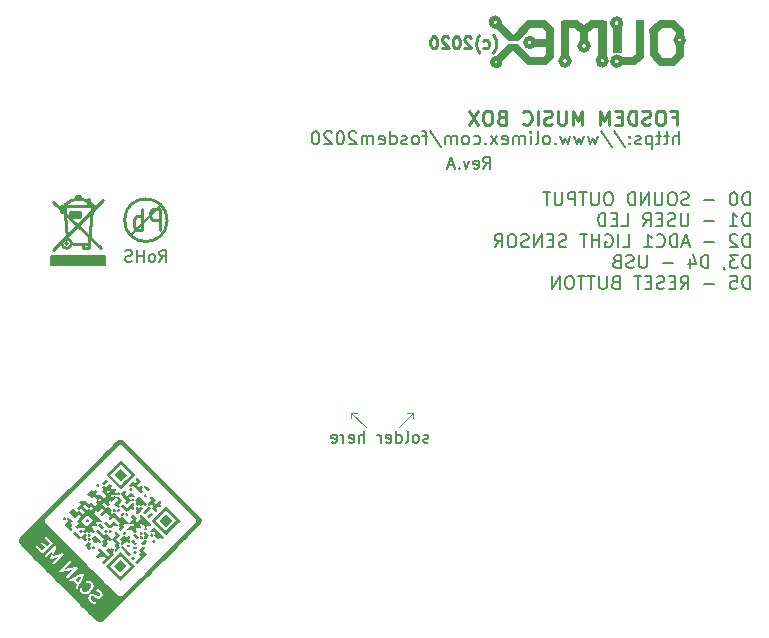
<source format=gbr>
G04 #@! TF.GenerationSoftware,KiCad,Pcbnew,5.99.0-unknown-d20d310~86~ubuntu18.04.1*
G04 #@! TF.CreationDate,2019-12-13T15:01:05+02:00*
G04 #@! TF.ProjectId,FOSDEM-MUSIC-BOX_RevA,464f5344-454d-42d4-9d55-5349432d424f,rev?*
G04 #@! TF.SameCoordinates,Original*
G04 #@! TF.FileFunction,Legend,Bot*
G04 #@! TF.FilePolarity,Positive*
%FSLAX46Y46*%
G04 Gerber Fmt 4.6, Leading zero omitted, Abs format (unit mm)*
G04 Created by KiCad (PCBNEW 5.99.0-unknown-d20d310~86~ubuntu18.04.1) date 2019-12-13 15:01:05*
%MOMM*%
%LPD*%
G04 APERTURE LIST*
%ADD10C,0.150000*%
%ADD11C,0.200000*%
%ADD12C,0.250000*%
%ADD13C,0.120000*%
%ADD14C,0.100000*%
%ADD15C,0.700000*%
%ADD16C,0.400000*%
%ADD17C,0.500000*%
%ADD18C,0.254000*%
%ADD19C,0.127000*%
G04 APERTURE END LIST*
D10*
X198666666Y-61952380D02*
X199000000Y-61476190D01*
X199238095Y-61952380D02*
X199238095Y-60952380D01*
X198857142Y-60952380D01*
X198761904Y-61000000D01*
X198714285Y-61047619D01*
X198666666Y-61142857D01*
X198666666Y-61285714D01*
X198714285Y-61380952D01*
X198761904Y-61428571D01*
X198857142Y-61476190D01*
X199238095Y-61476190D01*
X197857142Y-61904761D02*
X197952380Y-61952380D01*
X198142857Y-61952380D01*
X198238095Y-61904761D01*
X198285714Y-61809523D01*
X198285714Y-61428571D01*
X198238095Y-61333333D01*
X198142857Y-61285714D01*
X197952380Y-61285714D01*
X197857142Y-61333333D01*
X197809523Y-61428571D01*
X197809523Y-61523809D01*
X198285714Y-61619047D01*
X197476190Y-61285714D02*
X197238095Y-61952380D01*
X197000000Y-61285714D01*
X196619047Y-61857142D02*
X196571428Y-61904761D01*
X196619047Y-61952380D01*
X196666666Y-61904761D01*
X196619047Y-61857142D01*
X196619047Y-61952380D01*
X196190476Y-61666666D02*
X195714285Y-61666666D01*
X196285714Y-61952380D02*
X195952380Y-60952380D01*
X195619047Y-61952380D01*
D11*
X215204761Y-59897619D02*
X215204761Y-58797619D01*
X214733333Y-59897619D02*
X214733333Y-59321428D01*
X214785714Y-59216666D01*
X214890476Y-59164285D01*
X215047619Y-59164285D01*
X215152380Y-59216666D01*
X215204761Y-59269047D01*
X214366666Y-59164285D02*
X213947619Y-59164285D01*
X214209523Y-58797619D02*
X214209523Y-59740476D01*
X214157142Y-59845238D01*
X214052380Y-59897619D01*
X213947619Y-59897619D01*
X213738095Y-59164285D02*
X213319047Y-59164285D01*
X213580952Y-58797619D02*
X213580952Y-59740476D01*
X213528571Y-59845238D01*
X213423809Y-59897619D01*
X213319047Y-59897619D01*
X212952380Y-59164285D02*
X212952380Y-60264285D01*
X212952380Y-59216666D02*
X212847619Y-59164285D01*
X212638095Y-59164285D01*
X212533333Y-59216666D01*
X212480952Y-59269047D01*
X212428571Y-59373809D01*
X212428571Y-59688095D01*
X212480952Y-59792857D01*
X212533333Y-59845238D01*
X212638095Y-59897619D01*
X212847619Y-59897619D01*
X212952380Y-59845238D01*
X212009523Y-59845238D02*
X211904761Y-59897619D01*
X211695238Y-59897619D01*
X211590476Y-59845238D01*
X211538095Y-59740476D01*
X211538095Y-59688095D01*
X211590476Y-59583333D01*
X211695238Y-59530952D01*
X211852380Y-59530952D01*
X211957142Y-59478571D01*
X212009523Y-59373809D01*
X212009523Y-59321428D01*
X211957142Y-59216666D01*
X211852380Y-59164285D01*
X211695238Y-59164285D01*
X211590476Y-59216666D01*
X211066666Y-59792857D02*
X211014285Y-59845238D01*
X211066666Y-59897619D01*
X211119047Y-59845238D01*
X211066666Y-59792857D01*
X211066666Y-59897619D01*
X211066666Y-59216666D02*
X211014285Y-59269047D01*
X211066666Y-59321428D01*
X211119047Y-59269047D01*
X211066666Y-59216666D01*
X211066666Y-59321428D01*
X209757142Y-58745238D02*
X210700000Y-60159523D01*
X208604761Y-58745238D02*
X209547619Y-60159523D01*
X208342857Y-59164285D02*
X208133333Y-59897619D01*
X207923809Y-59373809D01*
X207714285Y-59897619D01*
X207504761Y-59164285D01*
X207190476Y-59164285D02*
X206980952Y-59897619D01*
X206771428Y-59373809D01*
X206561904Y-59897619D01*
X206352380Y-59164285D01*
X206038095Y-59164285D02*
X205828571Y-59897619D01*
X205619047Y-59373809D01*
X205409523Y-59897619D01*
X205200000Y-59164285D01*
X204780952Y-59792857D02*
X204728571Y-59845238D01*
X204780952Y-59897619D01*
X204833333Y-59845238D01*
X204780952Y-59792857D01*
X204780952Y-59897619D01*
X204100000Y-59897619D02*
X204204761Y-59845238D01*
X204257142Y-59792857D01*
X204309523Y-59688095D01*
X204309523Y-59373809D01*
X204257142Y-59269047D01*
X204204761Y-59216666D01*
X204100000Y-59164285D01*
X203942857Y-59164285D01*
X203838095Y-59216666D01*
X203785714Y-59269047D01*
X203733333Y-59373809D01*
X203733333Y-59688095D01*
X203785714Y-59792857D01*
X203838095Y-59845238D01*
X203942857Y-59897619D01*
X204100000Y-59897619D01*
X203104761Y-59897619D02*
X203209523Y-59845238D01*
X203261904Y-59740476D01*
X203261904Y-58797619D01*
X202685714Y-59897619D02*
X202685714Y-59164285D01*
X202685714Y-58797619D02*
X202738095Y-58850000D01*
X202685714Y-58902380D01*
X202633333Y-58850000D01*
X202685714Y-58797619D01*
X202685714Y-58902380D01*
X202161904Y-59897619D02*
X202161904Y-59164285D01*
X202161904Y-59269047D02*
X202109523Y-59216666D01*
X202004761Y-59164285D01*
X201847619Y-59164285D01*
X201742857Y-59216666D01*
X201690476Y-59321428D01*
X201690476Y-59897619D01*
X201690476Y-59321428D02*
X201638095Y-59216666D01*
X201533333Y-59164285D01*
X201376190Y-59164285D01*
X201271428Y-59216666D01*
X201219047Y-59321428D01*
X201219047Y-59897619D01*
X200276190Y-59845238D02*
X200380952Y-59897619D01*
X200590476Y-59897619D01*
X200695238Y-59845238D01*
X200747619Y-59740476D01*
X200747619Y-59321428D01*
X200695238Y-59216666D01*
X200590476Y-59164285D01*
X200380952Y-59164285D01*
X200276190Y-59216666D01*
X200223809Y-59321428D01*
X200223809Y-59426190D01*
X200747619Y-59530952D01*
X199857142Y-59897619D02*
X199280952Y-59164285D01*
X199857142Y-59164285D02*
X199280952Y-59897619D01*
X198861904Y-59792857D02*
X198809523Y-59845238D01*
X198861904Y-59897619D01*
X198914285Y-59845238D01*
X198861904Y-59792857D01*
X198861904Y-59897619D01*
X197866666Y-59845238D02*
X197971428Y-59897619D01*
X198180952Y-59897619D01*
X198285714Y-59845238D01*
X198338095Y-59792857D01*
X198390476Y-59688095D01*
X198390476Y-59373809D01*
X198338095Y-59269047D01*
X198285714Y-59216666D01*
X198180952Y-59164285D01*
X197971428Y-59164285D01*
X197866666Y-59216666D01*
X197238095Y-59897619D02*
X197342857Y-59845238D01*
X197395238Y-59792857D01*
X197447619Y-59688095D01*
X197447619Y-59373809D01*
X197395238Y-59269047D01*
X197342857Y-59216666D01*
X197238095Y-59164285D01*
X197080952Y-59164285D01*
X196976190Y-59216666D01*
X196923809Y-59269047D01*
X196871428Y-59373809D01*
X196871428Y-59688095D01*
X196923809Y-59792857D01*
X196976190Y-59845238D01*
X197080952Y-59897619D01*
X197238095Y-59897619D01*
X196400000Y-59897619D02*
X196400000Y-59164285D01*
X196400000Y-59269047D02*
X196347619Y-59216666D01*
X196242857Y-59164285D01*
X196085714Y-59164285D01*
X195980952Y-59216666D01*
X195928571Y-59321428D01*
X195928571Y-59897619D01*
X195928571Y-59321428D02*
X195876190Y-59216666D01*
X195771428Y-59164285D01*
X195614285Y-59164285D01*
X195509523Y-59216666D01*
X195457142Y-59321428D01*
X195457142Y-59897619D01*
X194147619Y-58745238D02*
X195090476Y-60159523D01*
X193938095Y-59164285D02*
X193519047Y-59164285D01*
X193780952Y-59897619D02*
X193780952Y-58954761D01*
X193728571Y-58850000D01*
X193623809Y-58797619D01*
X193519047Y-58797619D01*
X192995238Y-59897619D02*
X193100000Y-59845238D01*
X193152380Y-59792857D01*
X193204761Y-59688095D01*
X193204761Y-59373809D01*
X193152380Y-59269047D01*
X193100000Y-59216666D01*
X192995238Y-59164285D01*
X192838095Y-59164285D01*
X192733333Y-59216666D01*
X192680952Y-59269047D01*
X192628571Y-59373809D01*
X192628571Y-59688095D01*
X192680952Y-59792857D01*
X192733333Y-59845238D01*
X192838095Y-59897619D01*
X192995238Y-59897619D01*
X192209523Y-59845238D02*
X192104761Y-59897619D01*
X191895238Y-59897619D01*
X191790476Y-59845238D01*
X191738095Y-59740476D01*
X191738095Y-59688095D01*
X191790476Y-59583333D01*
X191895238Y-59530952D01*
X192052380Y-59530952D01*
X192157142Y-59478571D01*
X192209523Y-59373809D01*
X192209523Y-59321428D01*
X192157142Y-59216666D01*
X192052380Y-59164285D01*
X191895238Y-59164285D01*
X191790476Y-59216666D01*
X190795238Y-59897619D02*
X190795238Y-58797619D01*
X190795238Y-59845238D02*
X190900000Y-59897619D01*
X191109523Y-59897619D01*
X191214285Y-59845238D01*
X191266666Y-59792857D01*
X191319047Y-59688095D01*
X191319047Y-59373809D01*
X191266666Y-59269047D01*
X191214285Y-59216666D01*
X191109523Y-59164285D01*
X190900000Y-59164285D01*
X190795238Y-59216666D01*
X189852380Y-59845238D02*
X189957142Y-59897619D01*
X190166666Y-59897619D01*
X190271428Y-59845238D01*
X190323809Y-59740476D01*
X190323809Y-59321428D01*
X190271428Y-59216666D01*
X190166666Y-59164285D01*
X189957142Y-59164285D01*
X189852380Y-59216666D01*
X189800000Y-59321428D01*
X189800000Y-59426190D01*
X190323809Y-59530952D01*
X189328571Y-59897619D02*
X189328571Y-59164285D01*
X189328571Y-59269047D02*
X189276190Y-59216666D01*
X189171428Y-59164285D01*
X189014285Y-59164285D01*
X188909523Y-59216666D01*
X188857142Y-59321428D01*
X188857142Y-59897619D01*
X188857142Y-59321428D02*
X188804761Y-59216666D01*
X188700000Y-59164285D01*
X188542857Y-59164285D01*
X188438095Y-59216666D01*
X188385714Y-59321428D01*
X188385714Y-59897619D01*
X187914285Y-58902380D02*
X187861904Y-58850000D01*
X187757142Y-58797619D01*
X187495238Y-58797619D01*
X187390476Y-58850000D01*
X187338095Y-58902380D01*
X187285714Y-59007142D01*
X187285714Y-59111904D01*
X187338095Y-59269047D01*
X187966666Y-59897619D01*
X187285714Y-59897619D01*
X186604761Y-58797619D02*
X186500000Y-58797619D01*
X186395238Y-58850000D01*
X186342857Y-58902380D01*
X186290476Y-59007142D01*
X186238095Y-59216666D01*
X186238095Y-59478571D01*
X186290476Y-59688095D01*
X186342857Y-59792857D01*
X186395238Y-59845238D01*
X186500000Y-59897619D01*
X186604761Y-59897619D01*
X186709523Y-59845238D01*
X186761904Y-59792857D01*
X186814285Y-59688095D01*
X186866666Y-59478571D01*
X186866666Y-59216666D01*
X186814285Y-59007142D01*
X186761904Y-58902380D01*
X186709523Y-58850000D01*
X186604761Y-58797619D01*
X185819047Y-58902380D02*
X185766666Y-58850000D01*
X185661904Y-58797619D01*
X185400000Y-58797619D01*
X185295238Y-58850000D01*
X185242857Y-58902380D01*
X185190476Y-59007142D01*
X185190476Y-59111904D01*
X185242857Y-59269047D01*
X185871428Y-59897619D01*
X185190476Y-59897619D01*
X184509523Y-58797619D02*
X184404761Y-58797619D01*
X184300000Y-58850000D01*
X184247619Y-58902380D01*
X184195238Y-59007142D01*
X184142857Y-59216666D01*
X184142857Y-59478571D01*
X184195238Y-59688095D01*
X184247619Y-59792857D01*
X184300000Y-59845238D01*
X184404761Y-59897619D01*
X184509523Y-59897619D01*
X184614285Y-59845238D01*
X184666666Y-59792857D01*
X184719047Y-59688095D01*
X184771428Y-59478571D01*
X184771428Y-59216666D01*
X184719047Y-59007142D01*
X184666666Y-58902380D01*
X184614285Y-58850000D01*
X184509523Y-58797619D01*
D12*
X214642857Y-57614285D02*
X215042857Y-57614285D01*
X215042857Y-58242857D02*
X215042857Y-57042857D01*
X214471428Y-57042857D01*
X213785714Y-57042857D02*
X213557142Y-57042857D01*
X213442857Y-57100000D01*
X213328571Y-57214285D01*
X213271428Y-57442857D01*
X213271428Y-57842857D01*
X213328571Y-58071428D01*
X213442857Y-58185714D01*
X213557142Y-58242857D01*
X213785714Y-58242857D01*
X213900000Y-58185714D01*
X214014285Y-58071428D01*
X214071428Y-57842857D01*
X214071428Y-57442857D01*
X214014285Y-57214285D01*
X213900000Y-57100000D01*
X213785714Y-57042857D01*
X212814285Y-58185714D02*
X212642857Y-58242857D01*
X212357142Y-58242857D01*
X212242857Y-58185714D01*
X212185714Y-58128571D01*
X212128571Y-58014285D01*
X212128571Y-57900000D01*
X212185714Y-57785714D01*
X212242857Y-57728571D01*
X212357142Y-57671428D01*
X212585714Y-57614285D01*
X212700000Y-57557142D01*
X212757142Y-57500000D01*
X212814285Y-57385714D01*
X212814285Y-57271428D01*
X212757142Y-57157142D01*
X212700000Y-57100000D01*
X212585714Y-57042857D01*
X212300000Y-57042857D01*
X212128571Y-57100000D01*
X211614285Y-58242857D02*
X211614285Y-57042857D01*
X211328571Y-57042857D01*
X211157142Y-57100000D01*
X211042857Y-57214285D01*
X210985714Y-57328571D01*
X210928571Y-57557142D01*
X210928571Y-57728571D01*
X210985714Y-57957142D01*
X211042857Y-58071428D01*
X211157142Y-58185714D01*
X211328571Y-58242857D01*
X211614285Y-58242857D01*
X210414285Y-57614285D02*
X210014285Y-57614285D01*
X209842857Y-58242857D02*
X210414285Y-58242857D01*
X210414285Y-57042857D01*
X209842857Y-57042857D01*
X209328571Y-58242857D02*
X209328571Y-57042857D01*
X208928571Y-57900000D01*
X208528571Y-57042857D01*
X208528571Y-58242857D01*
X207042857Y-58242857D02*
X207042857Y-57042857D01*
X206642857Y-57900000D01*
X206242857Y-57042857D01*
X206242857Y-58242857D01*
X205671428Y-57042857D02*
X205671428Y-58014285D01*
X205614285Y-58128571D01*
X205557142Y-58185714D01*
X205442857Y-58242857D01*
X205214285Y-58242857D01*
X205100000Y-58185714D01*
X205042857Y-58128571D01*
X204985714Y-58014285D01*
X204985714Y-57042857D01*
X204471428Y-58185714D02*
X204300000Y-58242857D01*
X204014285Y-58242857D01*
X203900000Y-58185714D01*
X203842857Y-58128571D01*
X203785714Y-58014285D01*
X203785714Y-57900000D01*
X203842857Y-57785714D01*
X203900000Y-57728571D01*
X204014285Y-57671428D01*
X204242857Y-57614285D01*
X204357142Y-57557142D01*
X204414285Y-57500000D01*
X204471428Y-57385714D01*
X204471428Y-57271428D01*
X204414285Y-57157142D01*
X204357142Y-57100000D01*
X204242857Y-57042857D01*
X203957142Y-57042857D01*
X203785714Y-57100000D01*
X203271428Y-58242857D02*
X203271428Y-57042857D01*
X202014285Y-58128571D02*
X202071428Y-58185714D01*
X202242857Y-58242857D01*
X202357142Y-58242857D01*
X202528571Y-58185714D01*
X202642857Y-58071428D01*
X202700000Y-57957142D01*
X202757142Y-57728571D01*
X202757142Y-57557142D01*
X202700000Y-57328571D01*
X202642857Y-57214285D01*
X202528571Y-57100000D01*
X202357142Y-57042857D01*
X202242857Y-57042857D01*
X202071428Y-57100000D01*
X202014285Y-57157142D01*
X200185714Y-57614285D02*
X200014285Y-57671428D01*
X199957142Y-57728571D01*
X199900000Y-57842857D01*
X199900000Y-58014285D01*
X199957142Y-58128571D01*
X200014285Y-58185714D01*
X200128571Y-58242857D01*
X200585714Y-58242857D01*
X200585714Y-57042857D01*
X200185714Y-57042857D01*
X200071428Y-57100000D01*
X200014285Y-57157142D01*
X199957142Y-57271428D01*
X199957142Y-57385714D01*
X200014285Y-57500000D01*
X200071428Y-57557142D01*
X200185714Y-57614285D01*
X200585714Y-57614285D01*
X199157142Y-57042857D02*
X198928571Y-57042857D01*
X198814285Y-57100000D01*
X198700000Y-57214285D01*
X198642857Y-57442857D01*
X198642857Y-57842857D01*
X198700000Y-58071428D01*
X198814285Y-58185714D01*
X198928571Y-58242857D01*
X199157142Y-58242857D01*
X199271428Y-58185714D01*
X199385714Y-58071428D01*
X199442857Y-57842857D01*
X199442857Y-57442857D01*
X199385714Y-57214285D01*
X199271428Y-57100000D01*
X199157142Y-57042857D01*
X198242857Y-57042857D02*
X197442857Y-58242857D01*
X197442857Y-57042857D02*
X198242857Y-58242857D01*
D11*
X221208095Y-65055619D02*
X221208095Y-63955619D01*
X220946190Y-63955619D01*
X220789047Y-64008000D01*
X220684285Y-64112761D01*
X220631904Y-64217523D01*
X220579523Y-64427047D01*
X220579523Y-64584190D01*
X220631904Y-64793714D01*
X220684285Y-64898476D01*
X220789047Y-65003238D01*
X220946190Y-65055619D01*
X221208095Y-65055619D01*
X219898571Y-63955619D02*
X219793809Y-63955619D01*
X219689047Y-64008000D01*
X219636666Y-64060380D01*
X219584285Y-64165142D01*
X219531904Y-64374666D01*
X219531904Y-64636571D01*
X219584285Y-64846095D01*
X219636666Y-64950857D01*
X219689047Y-65003238D01*
X219793809Y-65055619D01*
X219898571Y-65055619D01*
X220003333Y-65003238D01*
X220055714Y-64950857D01*
X220108095Y-64846095D01*
X220160476Y-64636571D01*
X220160476Y-64374666D01*
X220108095Y-64165142D01*
X220055714Y-64060380D01*
X220003333Y-64008000D01*
X219898571Y-63955619D01*
X218222380Y-64636571D02*
X217384285Y-64636571D01*
X216074761Y-65003238D02*
X215917619Y-65055619D01*
X215655714Y-65055619D01*
X215550952Y-65003238D01*
X215498571Y-64950857D01*
X215446190Y-64846095D01*
X215446190Y-64741333D01*
X215498571Y-64636571D01*
X215550952Y-64584190D01*
X215655714Y-64531809D01*
X215865238Y-64479428D01*
X215969999Y-64427047D01*
X216022380Y-64374666D01*
X216074761Y-64269904D01*
X216074761Y-64165142D01*
X216022380Y-64060380D01*
X215969999Y-64008000D01*
X215865238Y-63955619D01*
X215603333Y-63955619D01*
X215446190Y-64008000D01*
X214765238Y-63955619D02*
X214555714Y-63955619D01*
X214450952Y-64008000D01*
X214346190Y-64112761D01*
X214293809Y-64322285D01*
X214293809Y-64688952D01*
X214346190Y-64898476D01*
X214450952Y-65003238D01*
X214555714Y-65055619D01*
X214765238Y-65055619D01*
X214869999Y-65003238D01*
X214974761Y-64898476D01*
X215027142Y-64688952D01*
X215027142Y-64322285D01*
X214974761Y-64112761D01*
X214869999Y-64008000D01*
X214765238Y-63955619D01*
X213822380Y-63955619D02*
X213822380Y-64846095D01*
X213769999Y-64950857D01*
X213717619Y-65003238D01*
X213612857Y-65055619D01*
X213403333Y-65055619D01*
X213298571Y-65003238D01*
X213246190Y-64950857D01*
X213193809Y-64846095D01*
X213193809Y-63955619D01*
X212670000Y-65055619D02*
X212670000Y-63955619D01*
X212041428Y-65055619D01*
X212041428Y-63955619D01*
X211517619Y-65055619D02*
X211517619Y-63955619D01*
X211255714Y-63955619D01*
X211098571Y-64008000D01*
X210993809Y-64112761D01*
X210941428Y-64217523D01*
X210889047Y-64427047D01*
X210889047Y-64584190D01*
X210941428Y-64793714D01*
X210993809Y-64898476D01*
X211098571Y-65003238D01*
X211255714Y-65055619D01*
X211517619Y-65055619D01*
X209370000Y-63955619D02*
X209160476Y-63955619D01*
X209055714Y-64008000D01*
X208950952Y-64112761D01*
X208898571Y-64322285D01*
X208898571Y-64688952D01*
X208950952Y-64898476D01*
X209055714Y-65003238D01*
X209160476Y-65055619D01*
X209370000Y-65055619D01*
X209474761Y-65003238D01*
X209579523Y-64898476D01*
X209631904Y-64688952D01*
X209631904Y-64322285D01*
X209579523Y-64112761D01*
X209474761Y-64008000D01*
X209370000Y-63955619D01*
X208427142Y-63955619D02*
X208427142Y-64846095D01*
X208374761Y-64950857D01*
X208322380Y-65003238D01*
X208217619Y-65055619D01*
X208008095Y-65055619D01*
X207903333Y-65003238D01*
X207850952Y-64950857D01*
X207798571Y-64846095D01*
X207798571Y-63955619D01*
X207431904Y-63955619D02*
X206803333Y-63955619D01*
X207117619Y-65055619D02*
X207117619Y-63955619D01*
X206436666Y-65055619D02*
X206436666Y-63955619D01*
X206017619Y-63955619D01*
X205912857Y-64008000D01*
X205860476Y-64060380D01*
X205808095Y-64165142D01*
X205808095Y-64322285D01*
X205860476Y-64427047D01*
X205912857Y-64479428D01*
X206017619Y-64531809D01*
X206436666Y-64531809D01*
X205336666Y-63955619D02*
X205336666Y-64846095D01*
X205284285Y-64950857D01*
X205231904Y-65003238D01*
X205127142Y-65055619D01*
X204917619Y-65055619D01*
X204812857Y-65003238D01*
X204760476Y-64950857D01*
X204708095Y-64846095D01*
X204708095Y-63955619D01*
X204341428Y-63955619D02*
X203712857Y-63955619D01*
X204027142Y-65055619D02*
X204027142Y-63955619D01*
X221208095Y-66826619D02*
X221208095Y-65726619D01*
X220946190Y-65726619D01*
X220789047Y-65779000D01*
X220684285Y-65883761D01*
X220631904Y-65988523D01*
X220579523Y-66198047D01*
X220579523Y-66355190D01*
X220631904Y-66564714D01*
X220684285Y-66669476D01*
X220789047Y-66774238D01*
X220946190Y-66826619D01*
X221208095Y-66826619D01*
X219531904Y-66826619D02*
X220160476Y-66826619D01*
X219846190Y-66826619D02*
X219846190Y-65726619D01*
X219950952Y-65883761D01*
X220055714Y-65988523D01*
X220160476Y-66040904D01*
X218222380Y-66407571D02*
X217384285Y-66407571D01*
X216022380Y-65726619D02*
X216022380Y-66617095D01*
X215970000Y-66721857D01*
X215917619Y-66774238D01*
X215812857Y-66826619D01*
X215603333Y-66826619D01*
X215498571Y-66774238D01*
X215446190Y-66721857D01*
X215393809Y-66617095D01*
X215393809Y-65726619D01*
X214922380Y-66774238D02*
X214765238Y-66826619D01*
X214503333Y-66826619D01*
X214398571Y-66774238D01*
X214346190Y-66721857D01*
X214293809Y-66617095D01*
X214293809Y-66512333D01*
X214346190Y-66407571D01*
X214398571Y-66355190D01*
X214503333Y-66302809D01*
X214712857Y-66250428D01*
X214817619Y-66198047D01*
X214870000Y-66145666D01*
X214922380Y-66040904D01*
X214922380Y-65936142D01*
X214870000Y-65831380D01*
X214817619Y-65779000D01*
X214712857Y-65726619D01*
X214450952Y-65726619D01*
X214293809Y-65779000D01*
X213822380Y-66250428D02*
X213455714Y-66250428D01*
X213298571Y-66826619D02*
X213822380Y-66826619D01*
X213822380Y-65726619D01*
X213298571Y-65726619D01*
X212198571Y-66826619D02*
X212565238Y-66302809D01*
X212827142Y-66826619D02*
X212827142Y-65726619D01*
X212408095Y-65726619D01*
X212303333Y-65779000D01*
X212250952Y-65831380D01*
X212198571Y-65936142D01*
X212198571Y-66093285D01*
X212250952Y-66198047D01*
X212303333Y-66250428D01*
X212408095Y-66302809D01*
X212827142Y-66302809D01*
X210365238Y-66826619D02*
X210889047Y-66826619D01*
X210889047Y-65726619D01*
X209998571Y-66250428D02*
X209631904Y-66250428D01*
X209474761Y-66826619D02*
X209998571Y-66826619D01*
X209998571Y-65726619D01*
X209474761Y-65726619D01*
X209003333Y-66826619D02*
X209003333Y-65726619D01*
X208741428Y-65726619D01*
X208584285Y-65779000D01*
X208479523Y-65883761D01*
X208427142Y-65988523D01*
X208374761Y-66198047D01*
X208374761Y-66355190D01*
X208427142Y-66564714D01*
X208479523Y-66669476D01*
X208584285Y-66774238D01*
X208741428Y-66826619D01*
X209003333Y-66826619D01*
X221208095Y-68597619D02*
X221208095Y-67497619D01*
X220946190Y-67497619D01*
X220789047Y-67550000D01*
X220684285Y-67654761D01*
X220631904Y-67759523D01*
X220579523Y-67969047D01*
X220579523Y-68126190D01*
X220631904Y-68335714D01*
X220684285Y-68440476D01*
X220789047Y-68545238D01*
X220946190Y-68597619D01*
X221208095Y-68597619D01*
X220160476Y-67602380D02*
X220108095Y-67550000D01*
X220003333Y-67497619D01*
X219741428Y-67497619D01*
X219636666Y-67550000D01*
X219584285Y-67602380D01*
X219531904Y-67707142D01*
X219531904Y-67811904D01*
X219584285Y-67969047D01*
X220212857Y-68597619D01*
X219531904Y-68597619D01*
X218222380Y-68178571D02*
X217384285Y-68178571D01*
X216074761Y-68283333D02*
X215550952Y-68283333D01*
X216179523Y-68597619D02*
X215812857Y-67497619D01*
X215446190Y-68597619D01*
X215079523Y-68597619D02*
X215079523Y-67497619D01*
X214817619Y-67497619D01*
X214660476Y-67550000D01*
X214555714Y-67654761D01*
X214503333Y-67759523D01*
X214450952Y-67969047D01*
X214450952Y-68126190D01*
X214503333Y-68335714D01*
X214555714Y-68440476D01*
X214660476Y-68545238D01*
X214817619Y-68597619D01*
X215079523Y-68597619D01*
X213350952Y-68492857D02*
X213403333Y-68545238D01*
X213560476Y-68597619D01*
X213665238Y-68597619D01*
X213822380Y-68545238D01*
X213927142Y-68440476D01*
X213979523Y-68335714D01*
X214031904Y-68126190D01*
X214031904Y-67969047D01*
X213979523Y-67759523D01*
X213927142Y-67654761D01*
X213822380Y-67550000D01*
X213665238Y-67497619D01*
X213560476Y-67497619D01*
X213403333Y-67550000D01*
X213350952Y-67602380D01*
X212303333Y-68597619D02*
X212931904Y-68597619D01*
X212617619Y-68597619D02*
X212617619Y-67497619D01*
X212722380Y-67654761D01*
X212827142Y-67759523D01*
X212931904Y-67811904D01*
X210470000Y-68597619D02*
X210993809Y-68597619D01*
X210993809Y-67497619D01*
X210103333Y-68597619D02*
X210103333Y-67497619D01*
X209003333Y-67550000D02*
X209108095Y-67497619D01*
X209265238Y-67497619D01*
X209422380Y-67550000D01*
X209527142Y-67654761D01*
X209579523Y-67759523D01*
X209631904Y-67969047D01*
X209631904Y-68126190D01*
X209579523Y-68335714D01*
X209527142Y-68440476D01*
X209422380Y-68545238D01*
X209265238Y-68597619D01*
X209160476Y-68597619D01*
X209003333Y-68545238D01*
X208950952Y-68492857D01*
X208950952Y-68126190D01*
X209160476Y-68126190D01*
X208479523Y-68597619D02*
X208479523Y-67497619D01*
X208479523Y-68021428D02*
X207850952Y-68021428D01*
X207850952Y-68597619D02*
X207850952Y-67497619D01*
X207484285Y-67497619D02*
X206855714Y-67497619D01*
X207170000Y-68597619D02*
X207170000Y-67497619D01*
X205703333Y-68545238D02*
X205546190Y-68597619D01*
X205284285Y-68597619D01*
X205179523Y-68545238D01*
X205127142Y-68492857D01*
X205074761Y-68388095D01*
X205074761Y-68283333D01*
X205127142Y-68178571D01*
X205179523Y-68126190D01*
X205284285Y-68073809D01*
X205493809Y-68021428D01*
X205598571Y-67969047D01*
X205650952Y-67916666D01*
X205703333Y-67811904D01*
X205703333Y-67707142D01*
X205650952Y-67602380D01*
X205598571Y-67550000D01*
X205493809Y-67497619D01*
X205231904Y-67497619D01*
X205074761Y-67550000D01*
X204603333Y-68021428D02*
X204236666Y-68021428D01*
X204079523Y-68597619D02*
X204603333Y-68597619D01*
X204603333Y-67497619D01*
X204079523Y-67497619D01*
X203608095Y-68597619D02*
X203608095Y-67497619D01*
X202979523Y-68597619D01*
X202979523Y-67497619D01*
X202508095Y-68545238D02*
X202350952Y-68597619D01*
X202089047Y-68597619D01*
X201984285Y-68545238D01*
X201931904Y-68492857D01*
X201879523Y-68388095D01*
X201879523Y-68283333D01*
X201931904Y-68178571D01*
X201984285Y-68126190D01*
X202089047Y-68073809D01*
X202298571Y-68021428D01*
X202403333Y-67969047D01*
X202455714Y-67916666D01*
X202508095Y-67811904D01*
X202508095Y-67707142D01*
X202455714Y-67602380D01*
X202403333Y-67550000D01*
X202298571Y-67497619D01*
X202036666Y-67497619D01*
X201879523Y-67550000D01*
X201198571Y-67497619D02*
X200989047Y-67497619D01*
X200884285Y-67550000D01*
X200779523Y-67654761D01*
X200727142Y-67864285D01*
X200727142Y-68230952D01*
X200779523Y-68440476D01*
X200884285Y-68545238D01*
X200989047Y-68597619D01*
X201198571Y-68597619D01*
X201303333Y-68545238D01*
X201408095Y-68440476D01*
X201460476Y-68230952D01*
X201460476Y-67864285D01*
X201408095Y-67654761D01*
X201303333Y-67550000D01*
X201198571Y-67497619D01*
X199627142Y-68597619D02*
X199993809Y-68073809D01*
X200255714Y-68597619D02*
X200255714Y-67497619D01*
X199836666Y-67497619D01*
X199731904Y-67550000D01*
X199679523Y-67602380D01*
X199627142Y-67707142D01*
X199627142Y-67864285D01*
X199679523Y-67969047D01*
X199731904Y-68021428D01*
X199836666Y-68073809D01*
X200255714Y-68073809D01*
X221208095Y-70368619D02*
X221208095Y-69268619D01*
X220946190Y-69268619D01*
X220789047Y-69321000D01*
X220684285Y-69425761D01*
X220631904Y-69530523D01*
X220579523Y-69740047D01*
X220579523Y-69897190D01*
X220631904Y-70106714D01*
X220684285Y-70211476D01*
X220789047Y-70316238D01*
X220946190Y-70368619D01*
X221208095Y-70368619D01*
X220212857Y-69268619D02*
X219531904Y-69268619D01*
X219898571Y-69687666D01*
X219741428Y-69687666D01*
X219636666Y-69740047D01*
X219584285Y-69792428D01*
X219531904Y-69897190D01*
X219531904Y-70159095D01*
X219584285Y-70263857D01*
X219636666Y-70316238D01*
X219741428Y-70368619D01*
X220055714Y-70368619D01*
X220160476Y-70316238D01*
X220212857Y-70263857D01*
X219008095Y-70316238D02*
X219008095Y-70368619D01*
X219060476Y-70473380D01*
X219112857Y-70525761D01*
X217698571Y-70368619D02*
X217698571Y-69268619D01*
X217436666Y-69268619D01*
X217279523Y-69321000D01*
X217174761Y-69425761D01*
X217122380Y-69530523D01*
X217070000Y-69740047D01*
X217070000Y-69897190D01*
X217122380Y-70106714D01*
X217174761Y-70211476D01*
X217279523Y-70316238D01*
X217436666Y-70368619D01*
X217698571Y-70368619D01*
X216127142Y-69635285D02*
X216127142Y-70368619D01*
X216389047Y-69216238D02*
X216650952Y-70001952D01*
X215970000Y-70001952D01*
X214712857Y-69949571D02*
X213874761Y-69949571D01*
X212512857Y-69268619D02*
X212512857Y-70159095D01*
X212460476Y-70263857D01*
X212408095Y-70316238D01*
X212303333Y-70368619D01*
X212093809Y-70368619D01*
X211989047Y-70316238D01*
X211936666Y-70263857D01*
X211884285Y-70159095D01*
X211884285Y-69268619D01*
X211412857Y-70316238D02*
X211255714Y-70368619D01*
X210993809Y-70368619D01*
X210889047Y-70316238D01*
X210836666Y-70263857D01*
X210784285Y-70159095D01*
X210784285Y-70054333D01*
X210836666Y-69949571D01*
X210889047Y-69897190D01*
X210993809Y-69844809D01*
X211203333Y-69792428D01*
X211308095Y-69740047D01*
X211360476Y-69687666D01*
X211412857Y-69582904D01*
X211412857Y-69478142D01*
X211360476Y-69373380D01*
X211308095Y-69321000D01*
X211203333Y-69268619D01*
X210941428Y-69268619D01*
X210784285Y-69321000D01*
X209946190Y-69792428D02*
X209789047Y-69844809D01*
X209736666Y-69897190D01*
X209684285Y-70001952D01*
X209684285Y-70159095D01*
X209736666Y-70263857D01*
X209789047Y-70316238D01*
X209893809Y-70368619D01*
X210312857Y-70368619D01*
X210312857Y-69268619D01*
X209946190Y-69268619D01*
X209841428Y-69321000D01*
X209789047Y-69373380D01*
X209736666Y-69478142D01*
X209736666Y-69582904D01*
X209789047Y-69687666D01*
X209841428Y-69740047D01*
X209946190Y-69792428D01*
X210312857Y-69792428D01*
X221208095Y-72139619D02*
X221208095Y-71039619D01*
X220946190Y-71039619D01*
X220789047Y-71092000D01*
X220684285Y-71196761D01*
X220631904Y-71301523D01*
X220579523Y-71511047D01*
X220579523Y-71668190D01*
X220631904Y-71877714D01*
X220684285Y-71982476D01*
X220789047Y-72087238D01*
X220946190Y-72139619D01*
X221208095Y-72139619D01*
X219584285Y-71039619D02*
X220108095Y-71039619D01*
X220160476Y-71563428D01*
X220108095Y-71511047D01*
X220003333Y-71458666D01*
X219741428Y-71458666D01*
X219636666Y-71511047D01*
X219584285Y-71563428D01*
X219531904Y-71668190D01*
X219531904Y-71930095D01*
X219584285Y-72034857D01*
X219636666Y-72087238D01*
X219741428Y-72139619D01*
X220003333Y-72139619D01*
X220108095Y-72087238D01*
X220160476Y-72034857D01*
X218222380Y-71720571D02*
X217384285Y-71720571D01*
X215393809Y-72139619D02*
X215760476Y-71615809D01*
X216022380Y-72139619D02*
X216022380Y-71039619D01*
X215603333Y-71039619D01*
X215498571Y-71092000D01*
X215446190Y-71144380D01*
X215393809Y-71249142D01*
X215393809Y-71406285D01*
X215446190Y-71511047D01*
X215498571Y-71563428D01*
X215603333Y-71615809D01*
X216022380Y-71615809D01*
X214922380Y-71563428D02*
X214555714Y-71563428D01*
X214398571Y-72139619D02*
X214922380Y-72139619D01*
X214922380Y-71039619D01*
X214398571Y-71039619D01*
X213979523Y-72087238D02*
X213822380Y-72139619D01*
X213560476Y-72139619D01*
X213455714Y-72087238D01*
X213403333Y-72034857D01*
X213350952Y-71930095D01*
X213350952Y-71825333D01*
X213403333Y-71720571D01*
X213455714Y-71668190D01*
X213560476Y-71615809D01*
X213770000Y-71563428D01*
X213874761Y-71511047D01*
X213927142Y-71458666D01*
X213979523Y-71353904D01*
X213979523Y-71249142D01*
X213927142Y-71144380D01*
X213874761Y-71092000D01*
X213770000Y-71039619D01*
X213508095Y-71039619D01*
X213350952Y-71092000D01*
X212879523Y-71563428D02*
X212512857Y-71563428D01*
X212355714Y-72139619D02*
X212879523Y-72139619D01*
X212879523Y-71039619D01*
X212355714Y-71039619D01*
X212041428Y-71039619D02*
X211412857Y-71039619D01*
X211727142Y-72139619D02*
X211727142Y-71039619D01*
X209841428Y-71563428D02*
X209684285Y-71615809D01*
X209631904Y-71668190D01*
X209579523Y-71772952D01*
X209579523Y-71930095D01*
X209631904Y-72034857D01*
X209684285Y-72087238D01*
X209789047Y-72139619D01*
X210208095Y-72139619D01*
X210208095Y-71039619D01*
X209841428Y-71039619D01*
X209736666Y-71092000D01*
X209684285Y-71144380D01*
X209631904Y-71249142D01*
X209631904Y-71353904D01*
X209684285Y-71458666D01*
X209736666Y-71511047D01*
X209841428Y-71563428D01*
X210208095Y-71563428D01*
X209108095Y-71039619D02*
X209108095Y-71930095D01*
X209055714Y-72034857D01*
X209003333Y-72087238D01*
X208898571Y-72139619D01*
X208689047Y-72139619D01*
X208584285Y-72087238D01*
X208531904Y-72034857D01*
X208479523Y-71930095D01*
X208479523Y-71039619D01*
X208112857Y-71039619D02*
X207484285Y-71039619D01*
X207798571Y-72139619D02*
X207798571Y-71039619D01*
X207274761Y-71039619D02*
X206646190Y-71039619D01*
X206960476Y-72139619D02*
X206960476Y-71039619D01*
X206070000Y-71039619D02*
X205860476Y-71039619D01*
X205755714Y-71092000D01*
X205650952Y-71196761D01*
X205598571Y-71406285D01*
X205598571Y-71772952D01*
X205650952Y-71982476D01*
X205755714Y-72087238D01*
X205860476Y-72139619D01*
X206070000Y-72139619D01*
X206174761Y-72087238D01*
X206279523Y-71982476D01*
X206331904Y-71772952D01*
X206331904Y-71406285D01*
X206279523Y-71196761D01*
X206174761Y-71092000D01*
X206070000Y-71039619D01*
X205127142Y-72139619D02*
X205127142Y-71039619D01*
X204498571Y-72139619D01*
X204498571Y-71039619D01*
D12*
X199476190Y-52133333D02*
X199523809Y-52085714D01*
X199619047Y-51942857D01*
X199666666Y-51847619D01*
X199714285Y-51704761D01*
X199761904Y-51466666D01*
X199761904Y-51276190D01*
X199714285Y-51038095D01*
X199666666Y-50895238D01*
X199619047Y-50800000D01*
X199523809Y-50657142D01*
X199476190Y-50609523D01*
X198666666Y-51704761D02*
X198761904Y-51752380D01*
X198952380Y-51752380D01*
X199047619Y-51704761D01*
X199095238Y-51657142D01*
X199142857Y-51561904D01*
X199142857Y-51276190D01*
X199095238Y-51180952D01*
X199047619Y-51133333D01*
X198952380Y-51085714D01*
X198761904Y-51085714D01*
X198666666Y-51133333D01*
X198333333Y-52133333D02*
X198285714Y-52085714D01*
X198190476Y-51942857D01*
X198142857Y-51847619D01*
X198095238Y-51704761D01*
X198047619Y-51466666D01*
X198047619Y-51276190D01*
X198095238Y-51038095D01*
X198142857Y-50895238D01*
X198190476Y-50800000D01*
X198285714Y-50657142D01*
X198333333Y-50609523D01*
X197619047Y-50847619D02*
X197571428Y-50800000D01*
X197476190Y-50752380D01*
X197238095Y-50752380D01*
X197142857Y-50800000D01*
X197095238Y-50847619D01*
X197047619Y-50942857D01*
X197047619Y-51038095D01*
X197095238Y-51180952D01*
X197666666Y-51752380D01*
X197047619Y-51752380D01*
X196428571Y-50752380D02*
X196333333Y-50752380D01*
X196238095Y-50800000D01*
X196190476Y-50847619D01*
X196142857Y-50942857D01*
X196095238Y-51133333D01*
X196095238Y-51371428D01*
X196142857Y-51561904D01*
X196190476Y-51657142D01*
X196238095Y-51704761D01*
X196333333Y-51752380D01*
X196428571Y-51752380D01*
X196523809Y-51704761D01*
X196571428Y-51657142D01*
X196619047Y-51561904D01*
X196666666Y-51371428D01*
X196666666Y-51133333D01*
X196619047Y-50942857D01*
X196571428Y-50847619D01*
X196523809Y-50800000D01*
X196428571Y-50752380D01*
X195714285Y-50847619D02*
X195666666Y-50800000D01*
X195571428Y-50752380D01*
X195333333Y-50752380D01*
X195238095Y-50800000D01*
X195190476Y-50847619D01*
X195142857Y-50942857D01*
X195142857Y-51038095D01*
X195190476Y-51180952D01*
X195761904Y-51752380D01*
X195142857Y-51752380D01*
X194523809Y-50752380D02*
X194428571Y-50752380D01*
X194333333Y-50800000D01*
X194285714Y-50847619D01*
X194238095Y-50942857D01*
X194190476Y-51133333D01*
X194190476Y-51371428D01*
X194238095Y-51561904D01*
X194285714Y-51657142D01*
X194333333Y-51704761D01*
X194428571Y-51752380D01*
X194523809Y-51752380D01*
X194619047Y-51704761D01*
X194666666Y-51657142D01*
X194714285Y-51561904D01*
X194761904Y-51371428D01*
X194761904Y-51133333D01*
X194714285Y-50942857D01*
X194666666Y-50847619D01*
X194619047Y-50800000D01*
X194523809Y-50752380D01*
D10*
X194019047Y-85104761D02*
X193923809Y-85152380D01*
X193733333Y-85152380D01*
X193638095Y-85104761D01*
X193590476Y-85009523D01*
X193590476Y-84961904D01*
X193638095Y-84866666D01*
X193733333Y-84819047D01*
X193876190Y-84819047D01*
X193971428Y-84771428D01*
X194019047Y-84676190D01*
X194019047Y-84628571D01*
X193971428Y-84533333D01*
X193876190Y-84485714D01*
X193733333Y-84485714D01*
X193638095Y-84533333D01*
X193019047Y-85152380D02*
X193114285Y-85104761D01*
X193161904Y-85057142D01*
X193209523Y-84961904D01*
X193209523Y-84676190D01*
X193161904Y-84580952D01*
X193114285Y-84533333D01*
X193019047Y-84485714D01*
X192876190Y-84485714D01*
X192780952Y-84533333D01*
X192733333Y-84580952D01*
X192685714Y-84676190D01*
X192685714Y-84961904D01*
X192733333Y-85057142D01*
X192780952Y-85104761D01*
X192876190Y-85152380D01*
X193019047Y-85152380D01*
X192114285Y-85152380D02*
X192209523Y-85104761D01*
X192257142Y-85009523D01*
X192257142Y-84152380D01*
X191304761Y-85152380D02*
X191304761Y-84152380D01*
X191304761Y-85104761D02*
X191400000Y-85152380D01*
X191590476Y-85152380D01*
X191685714Y-85104761D01*
X191733333Y-85057142D01*
X191780952Y-84961904D01*
X191780952Y-84676190D01*
X191733333Y-84580952D01*
X191685714Y-84533333D01*
X191590476Y-84485714D01*
X191400000Y-84485714D01*
X191304761Y-84533333D01*
X190447619Y-85104761D02*
X190542857Y-85152380D01*
X190733333Y-85152380D01*
X190828571Y-85104761D01*
X190876190Y-85009523D01*
X190876190Y-84628571D01*
X190828571Y-84533333D01*
X190733333Y-84485714D01*
X190542857Y-84485714D01*
X190447619Y-84533333D01*
X190400000Y-84628571D01*
X190400000Y-84723809D01*
X190876190Y-84819047D01*
X189971428Y-85152380D02*
X189971428Y-84485714D01*
X189971428Y-84676190D02*
X189923809Y-84580952D01*
X189876190Y-84533333D01*
X189780952Y-84485714D01*
X189685714Y-84485714D01*
X188590476Y-85152380D02*
X188590476Y-84152380D01*
X188161904Y-85152380D02*
X188161904Y-84628571D01*
X188209523Y-84533333D01*
X188304761Y-84485714D01*
X188447619Y-84485714D01*
X188542857Y-84533333D01*
X188590476Y-84580952D01*
X187304761Y-85104761D02*
X187400000Y-85152380D01*
X187590476Y-85152380D01*
X187685714Y-85104761D01*
X187733333Y-85009523D01*
X187733333Y-84628571D01*
X187685714Y-84533333D01*
X187590476Y-84485714D01*
X187400000Y-84485714D01*
X187304761Y-84533333D01*
X187257142Y-84628571D01*
X187257142Y-84723809D01*
X187733333Y-84819047D01*
X186828571Y-85152380D02*
X186828571Y-84485714D01*
X186828571Y-84676190D02*
X186780952Y-84580952D01*
X186733333Y-84533333D01*
X186638095Y-84485714D01*
X186542857Y-84485714D01*
X185828571Y-85104761D02*
X185923809Y-85152380D01*
X186114285Y-85152380D01*
X186209523Y-85104761D01*
X186257142Y-85009523D01*
X186257142Y-84628571D01*
X186209523Y-84533333D01*
X186114285Y-84485714D01*
X185923809Y-84485714D01*
X185828571Y-84533333D01*
X185780952Y-84628571D01*
X185780952Y-84723809D01*
X186257142Y-84819047D01*
D13*
X187500001Y-82600000D02*
X188700000Y-83800000D01*
X187500001Y-82600000D02*
X188000000Y-82600000D01*
X187500001Y-82600000D02*
X187500000Y-83100000D01*
X192700000Y-82600000D02*
X192200000Y-82600000D01*
X192700000Y-82600000D02*
X192700000Y-83100000D01*
X192700000Y-82600000D02*
X191500000Y-83800000D01*
D10*
X171242857Y-69852380D02*
X171576190Y-69376190D01*
X171814285Y-69852380D02*
X171814285Y-68852380D01*
X171433333Y-68852380D01*
X171338095Y-68900000D01*
X171290476Y-68947619D01*
X171242857Y-69042857D01*
X171242857Y-69185714D01*
X171290476Y-69280952D01*
X171338095Y-69328571D01*
X171433333Y-69376190D01*
X171814285Y-69376190D01*
X170671428Y-69852380D02*
X170766666Y-69804761D01*
X170814285Y-69757142D01*
X170861904Y-69661904D01*
X170861904Y-69376190D01*
X170814285Y-69280952D01*
X170766666Y-69233333D01*
X170671428Y-69185714D01*
X170528571Y-69185714D01*
X170433333Y-69233333D01*
X170385714Y-69280952D01*
X170338095Y-69376190D01*
X170338095Y-69661904D01*
X170385714Y-69757142D01*
X170433333Y-69804761D01*
X170528571Y-69852380D01*
X170671428Y-69852380D01*
X169909523Y-69852380D02*
X169909523Y-68852380D01*
X169909523Y-69328571D02*
X169338095Y-69328571D01*
X169338095Y-69852380D02*
X169338095Y-68852380D01*
X168909523Y-69804761D02*
X168766666Y-69852380D01*
X168528571Y-69852380D01*
X168433333Y-69804761D01*
X168385714Y-69757142D01*
X168338095Y-69661904D01*
X168338095Y-69566666D01*
X168385714Y-69471428D01*
X168433333Y-69423809D01*
X168528571Y-69376190D01*
X168719047Y-69328571D01*
X168814285Y-69280952D01*
X168861904Y-69233333D01*
X168909523Y-69138095D01*
X168909523Y-69042857D01*
X168861904Y-68947619D01*
X168814285Y-68900000D01*
X168719047Y-68852380D01*
X168480952Y-68852380D01*
X168338095Y-68900000D01*
G36*
X168471069Y-87881959D02*
G01*
X167951843Y-88401186D01*
X167433298Y-87882640D01*
X167952524Y-87363414D01*
X168471069Y-87881959D01*
G37*
G36*
X172336586Y-91747476D02*
G01*
X171817360Y-92266702D01*
X171298815Y-91748158D01*
X171818041Y-91228931D01*
X172336586Y-91747476D01*
G37*
G36*
X165166603Y-91617957D02*
G01*
X165225548Y-91669595D01*
X165231817Y-91675885D01*
X165279274Y-91732392D01*
X165277155Y-91775683D01*
X165225440Y-91834696D01*
X165219142Y-91840972D01*
X165162573Y-91888505D01*
X165119285Y-91886442D01*
X165060340Y-91834804D01*
X165054071Y-91828515D01*
X165006613Y-91772008D01*
X165008733Y-91728717D01*
X165060448Y-91669703D01*
X165066746Y-91663427D01*
X165123316Y-91615895D01*
X165166603Y-91617957D01*
G37*
G36*
X168465990Y-95618072D02*
G01*
X167946763Y-96137299D01*
X167428218Y-95618754D01*
X167947445Y-95099528D01*
X168465990Y-95618072D01*
G37*
G36*
X170228542Y-88941128D02*
G01*
X170406360Y-89105079D01*
X170237016Y-89274423D01*
X170073066Y-89096604D01*
X169909116Y-88918787D01*
X170050723Y-88777179D01*
X170228542Y-88941128D01*
G37*
G36*
X170073161Y-89515626D02*
G01*
X170132432Y-89566923D01*
X170184572Y-89646175D01*
X170173083Y-89716378D01*
X170096513Y-89772789D01*
X170047664Y-89771069D01*
X169978009Y-89710530D01*
X169941673Y-89660410D01*
X169935802Y-89611108D01*
X169979455Y-89555554D01*
X170030359Y-89513193D01*
X170073161Y-89515626D01*
G37*
G36*
X169520361Y-88232990D02*
G01*
X169697105Y-88395909D01*
X169531929Y-88574975D01*
X169366753Y-88754043D01*
X169449248Y-88836538D01*
X169509302Y-88887870D01*
X169558252Y-88891333D01*
X169626134Y-88848215D01*
X169686953Y-88808534D01*
X169736890Y-88805222D01*
X169791234Y-88848106D01*
X169830844Y-88895660D01*
X169834091Y-88944500D01*
X169791125Y-89013207D01*
X169752008Y-89073893D01*
X169747923Y-89131000D01*
X169791002Y-89201892D01*
X169830602Y-89262659D01*
X169833849Y-89312592D01*
X169790893Y-89366992D01*
X169720089Y-89437796D01*
X169366521Y-89107828D01*
X169012952Y-88777860D01*
X168946901Y-88829816D01*
X168897297Y-88866246D01*
X168839373Y-88902312D01*
X168793569Y-88896712D01*
X168728539Y-88838680D01*
X168659182Y-88754507D01*
X168989599Y-88424090D01*
X169083895Y-88494785D01*
X169151204Y-88537618D01*
X169200193Y-88534552D01*
X169260795Y-88482876D01*
X169312207Y-88422755D01*
X169315734Y-88373802D01*
X169272704Y-88305975D01*
X169233104Y-88245209D01*
X169229857Y-88195276D01*
X169272813Y-88140876D01*
X169343617Y-88070072D01*
X169520361Y-88232990D01*
G37*
G36*
X170922604Y-89979477D02*
G01*
X170851786Y-90073867D01*
X170812106Y-90134685D01*
X170808793Y-90184623D01*
X170851677Y-90238967D01*
X170922388Y-90309678D01*
X171099381Y-90156254D01*
X171276375Y-90002831D01*
X171358871Y-90085327D01*
X171409020Y-90143149D01*
X171414380Y-90189928D01*
X171373337Y-90250416D01*
X171340550Y-90295502D01*
X171331525Y-90350241D01*
X171373229Y-90415517D01*
X171413163Y-90473347D01*
X171410264Y-90520130D01*
X171358546Y-90580627D01*
X171300046Y-90631255D01*
X171253227Y-90635957D01*
X171191942Y-90594023D01*
X171135741Y-90554351D01*
X171087954Y-90554425D01*
X171028330Y-90604429D01*
X170981672Y-90658086D01*
X170975678Y-90705701D01*
X171017924Y-90768041D01*
X171036391Y-90791888D01*
X171063618Y-90856195D01*
X171040069Y-90914616D01*
X171003176Y-90955504D01*
X170944911Y-90998637D01*
X170934838Y-91001841D01*
X170893489Y-90992564D01*
X170833617Y-90945787D01*
X170744377Y-90853674D01*
X170591940Y-90687266D01*
X170662759Y-90592876D01*
X170702440Y-90532058D01*
X170705752Y-90482120D01*
X170662868Y-90427776D01*
X170615315Y-90388167D01*
X170566474Y-90384919D01*
X170497768Y-90427885D01*
X170438750Y-90466314D01*
X170383923Y-90471614D01*
X170320520Y-90430478D01*
X170237661Y-90362252D01*
X170568804Y-90003295D01*
X170498108Y-89908998D01*
X170455276Y-89841690D01*
X170458342Y-89792701D01*
X170510018Y-89732099D01*
X170592622Y-89649494D01*
X170922604Y-89979477D01*
G37*
G36*
X168847709Y-88973942D02*
G01*
X168906654Y-89025579D01*
X168912923Y-89031870D01*
X168960380Y-89088376D01*
X168958260Y-89131667D01*
X168906545Y-89190680D01*
X168900248Y-89196957D01*
X168843679Y-89244488D01*
X168800390Y-89242426D01*
X168741445Y-89190788D01*
X168735176Y-89184499D01*
X168687719Y-89127993D01*
X168689838Y-89084701D01*
X168741554Y-89025688D01*
X168747852Y-89019411D01*
X168804421Y-88971880D01*
X168847709Y-88973942D01*
G37*
G36*
X167951378Y-89108757D02*
G01*
X166725726Y-87883105D01*
X166725942Y-87882889D01*
X167055927Y-87882889D01*
X167492716Y-88319678D01*
X167562625Y-88389350D01*
X167709890Y-88533681D01*
X167819022Y-88635986D01*
X167895405Y-88700965D01*
X167944421Y-88733322D01*
X167971459Y-88737759D01*
X167997805Y-88717195D01*
X168065272Y-88654742D01*
X168163592Y-88558977D01*
X168284350Y-88438119D01*
X168419134Y-88300390D01*
X168824855Y-87881727D01*
X167953814Y-86985002D01*
X167055927Y-87882889D01*
X166725942Y-87882889D01*
X167952989Y-86655843D01*
X169178641Y-87881495D01*
X168332375Y-88727760D01*
X167951378Y-89108757D01*
G37*
G36*
X169011572Y-89870109D02*
G01*
X169070842Y-89921406D01*
X169122982Y-90000658D01*
X169111493Y-90070861D01*
X169034924Y-90127272D01*
X168986075Y-90125551D01*
X168916419Y-90065013D01*
X168880083Y-90014893D01*
X168874213Y-89965590D01*
X168917866Y-89910036D01*
X168968769Y-89867676D01*
X169011572Y-89870109D01*
G37*
G36*
X170214786Y-90357313D02*
G01*
X170143982Y-90428117D01*
X170096377Y-90467788D01*
X170047533Y-90471100D01*
X169978882Y-90428225D01*
X169918248Y-90389187D01*
X169861146Y-90385178D01*
X169790196Y-90428349D01*
X169730470Y-90467147D01*
X169675783Y-90471843D01*
X169611808Y-90429961D01*
X169565729Y-90396147D01*
X169515362Y-90386744D01*
X169462435Y-90426128D01*
X169409855Y-90469967D01*
X169363377Y-90491525D01*
X169321084Y-90468820D01*
X169265155Y-90412970D01*
X169235707Y-90372187D01*
X169226847Y-90317513D01*
X169268646Y-90251799D01*
X169301433Y-90206714D01*
X169310458Y-90151975D01*
X169268754Y-90086699D01*
X169200832Y-90004193D01*
X169530448Y-89646827D01*
X170214786Y-90357313D01*
G37*
G36*
X170568355Y-90687280D02*
G01*
X170049128Y-91206507D01*
X169884137Y-91041515D01*
X170403363Y-90522289D01*
X170568355Y-90687280D01*
G37*
G36*
X170733114Y-91206058D02*
G01*
X170568930Y-91384092D01*
X170404747Y-91562126D01*
X170235625Y-91393004D01*
X170413659Y-91228820D01*
X170591693Y-91064637D01*
X170733114Y-91206058D01*
G37*
G36*
X171816895Y-92974274D02*
G01*
X170591244Y-91748622D01*
X170591461Y-91748405D01*
X170921443Y-91748405D01*
X171793542Y-92620504D01*
X172690388Y-91723659D01*
X171818289Y-90851560D01*
X170921443Y-91748405D01*
X170591461Y-91748405D01*
X171818506Y-90521360D01*
X173044157Y-91747011D01*
X172878949Y-91912220D01*
X171816895Y-92974274D01*
G37*
G36*
X168364058Y-89214622D02*
G01*
X168414611Y-89273056D01*
X168419251Y-89319868D01*
X168377236Y-89381208D01*
X168337243Y-89437964D01*
X168337694Y-89485590D01*
X168387888Y-89545267D01*
X168467858Y-89625237D01*
X168645892Y-89461053D01*
X168823926Y-89296870D01*
X169153908Y-89626853D01*
X169071304Y-89709457D01*
X169012805Y-89760086D01*
X168965985Y-89764787D01*
X168904701Y-89722854D01*
X168848500Y-89683182D01*
X168800713Y-89683256D01*
X168741089Y-89733260D01*
X168694431Y-89786917D01*
X168688436Y-89834531D01*
X168730683Y-89896872D01*
X168799890Y-89980871D01*
X168471524Y-90336939D01*
X168389489Y-90254904D01*
X168339541Y-90197209D01*
X168334709Y-90150277D01*
X168376771Y-90088779D01*
X168446089Y-90004689D01*
X168198618Y-89733615D01*
X167951146Y-89462543D01*
X168281563Y-89132126D01*
X168364058Y-89214622D01*
G37*
G36*
X169448081Y-90614478D02*
G01*
X169493124Y-90647206D01*
X169547851Y-90656159D01*
X169613181Y-90614370D01*
X169671064Y-90574359D01*
X169717844Y-90577197D01*
X169778272Y-90628835D01*
X169860768Y-90711331D01*
X169645159Y-90940604D01*
X169593830Y-90994418D01*
X169500031Y-91088713D01*
X169425934Y-91157977D01*
X169384207Y-91190093D01*
X169337514Y-91185808D01*
X169269508Y-91126138D01*
X169234710Y-91078094D01*
X169226564Y-91024002D01*
X169268181Y-90959370D01*
X169300968Y-90914285D01*
X169309994Y-90859546D01*
X169268289Y-90794270D01*
X169228355Y-90736441D01*
X169231254Y-90689657D01*
X169282972Y-90629160D01*
X169340861Y-90578936D01*
X169387646Y-90573514D01*
X169448081Y-90614478D01*
G37*
G36*
X166866885Y-88425484D02*
G01*
X166714545Y-88591762D01*
X166562207Y-88758039D01*
X166369338Y-88565170D01*
X166535615Y-88412831D01*
X166701893Y-88260492D01*
X166866885Y-88425484D01*
G37*
G36*
X171180775Y-92726510D02*
G01*
X171604500Y-93163100D01*
X171533697Y-93233903D01*
X171486091Y-93273574D01*
X171437247Y-93276886D01*
X171368596Y-93234011D01*
X171308922Y-93195291D01*
X171254240Y-93190669D01*
X171190210Y-93232634D01*
X171106121Y-93301952D01*
X170782111Y-92977942D01*
X170851428Y-92893853D01*
X170892659Y-92834455D01*
X170889892Y-92787623D01*
X170838251Y-92727267D01*
X170779818Y-92676715D01*
X170733004Y-92672074D01*
X170671665Y-92714090D01*
X170613805Y-92754612D01*
X170566523Y-92753198D01*
X170506573Y-92702405D01*
X170425571Y-92621402D01*
X170757052Y-92289920D01*
X171180775Y-92726510D01*
G37*
G36*
X169082733Y-90263714D02*
G01*
X169122343Y-90311267D01*
X169125590Y-90360107D01*
X169082625Y-90428814D01*
X169043507Y-90489500D01*
X169039423Y-90546607D01*
X169082501Y-90617499D01*
X169122102Y-90678266D01*
X169125348Y-90728200D01*
X169082393Y-90782599D01*
X169034788Y-90822271D01*
X168985944Y-90825583D01*
X168917293Y-90782707D01*
X168822996Y-90712013D01*
X168674896Y-90847127D01*
X168607040Y-90907273D01*
X168531328Y-90969840D01*
X168485701Y-91001809D01*
X168458507Y-91000112D01*
X168406429Y-90966086D01*
X168325673Y-90892170D01*
X168209320Y-90772631D01*
X167974034Y-90523884D01*
X168139243Y-90358676D01*
X168493274Y-90685034D01*
X168752649Y-90439018D01*
X169012022Y-90193003D01*
X169082733Y-90263714D01*
G37*
G36*
X170142712Y-92362146D02*
G01*
X170161781Y-92382425D01*
X170190342Y-92438924D01*
X170166360Y-92495432D01*
X170129399Y-92536319D01*
X170070517Y-92579758D01*
X170027893Y-92580331D01*
X169964265Y-92529076D01*
X169934283Y-92482772D01*
X169937607Y-92435512D01*
X169989397Y-92374039D01*
X170047757Y-92323114D01*
X170090600Y-92319243D01*
X170142712Y-92362146D01*
G37*
G36*
X170614097Y-92840838D02*
G01*
X170673042Y-92892476D01*
X170711193Y-92934440D01*
X170732488Y-92985971D01*
X170708476Y-93037547D01*
X170671524Y-93078434D01*
X170612733Y-93121829D01*
X170564810Y-93120097D01*
X170494696Y-93059361D01*
X170453402Y-92999842D01*
X170456222Y-92952999D01*
X170507942Y-92892584D01*
X170514240Y-92886307D01*
X170570809Y-92838775D01*
X170614097Y-92840838D01*
G37*
G36*
X166041241Y-88621999D02*
G01*
X166100186Y-88673637D01*
X166106455Y-88679927D01*
X166153912Y-88736434D01*
X166151793Y-88779725D01*
X166100078Y-88838737D01*
X166093780Y-88845014D01*
X166037211Y-88892546D01*
X165993923Y-88890483D01*
X165934978Y-88838845D01*
X165928709Y-88832556D01*
X165881251Y-88776049D01*
X165883371Y-88732759D01*
X165935086Y-88673745D01*
X165941384Y-88667469D01*
X165997954Y-88619937D01*
X166041241Y-88621999D01*
G37*
G36*
X168491881Y-91096907D02*
G01*
X168551151Y-91148204D01*
X168603291Y-91227456D01*
X168591802Y-91297659D01*
X168515233Y-91354069D01*
X168466384Y-91352349D01*
X168396728Y-91291811D01*
X168360392Y-91241690D01*
X168354522Y-91192388D01*
X168398175Y-91136834D01*
X168449078Y-91094473D01*
X168491881Y-91096907D01*
G37*
G36*
X170778857Y-93359614D02*
G01*
X170837802Y-93411252D01*
X170844070Y-93417542D01*
X170891528Y-93474049D01*
X170889409Y-93517340D01*
X170837694Y-93576353D01*
X170831395Y-93582630D01*
X170774827Y-93630161D01*
X170731539Y-93628099D01*
X170672593Y-93576461D01*
X170666324Y-93570172D01*
X170618867Y-93513665D01*
X170620987Y-93470374D01*
X170672702Y-93411360D01*
X170678999Y-93405084D01*
X170735569Y-93357552D01*
X170778857Y-93359614D01*
G37*
G36*
X167855935Y-90783404D02*
G01*
X167875005Y-90803684D01*
X167903565Y-90860184D01*
X167879584Y-90916691D01*
X167842622Y-90957578D01*
X167783740Y-91001017D01*
X167741117Y-91001591D01*
X167677488Y-90950335D01*
X167647506Y-90904032D01*
X167650831Y-90856772D01*
X167702620Y-90795298D01*
X167760980Y-90744373D01*
X167803823Y-90740501D01*
X167855935Y-90783404D01*
G37*
G36*
X168209489Y-91136958D02*
G01*
X168228558Y-91157238D01*
X168257118Y-91213737D01*
X168233137Y-91270245D01*
X168196175Y-91311131D01*
X168137294Y-91354571D01*
X168094670Y-91355144D01*
X168031042Y-91303889D01*
X168001060Y-91257585D01*
X168004385Y-91210325D01*
X168056174Y-91148851D01*
X168114533Y-91097926D01*
X168157376Y-91094055D01*
X168209489Y-91136958D01*
G37*
G36*
X169788694Y-92716164D02*
G01*
X169807763Y-92736443D01*
X169836324Y-92792943D01*
X169812342Y-92849450D01*
X169775381Y-92890337D01*
X169716499Y-92933776D01*
X169673875Y-92934349D01*
X169610247Y-92883094D01*
X169580265Y-92836790D01*
X169583590Y-92789530D01*
X169635379Y-92728057D01*
X169693739Y-92677132D01*
X169736582Y-92673261D01*
X169788694Y-92716164D01*
G37*
G36*
X170226002Y-92809186D02*
G01*
X170403820Y-92973135D01*
X170240434Y-93136522D01*
X170154498Y-93217783D01*
X170084533Y-93275692D01*
X170045590Y-93297775D01*
X170011268Y-93281862D01*
X169959153Y-93231006D01*
X169938383Y-93199460D01*
X169933851Y-93143335D01*
X169977147Y-93069825D01*
X170016265Y-93009139D01*
X170020350Y-92952032D01*
X169977272Y-92881139D01*
X169937671Y-92820373D01*
X169934425Y-92770440D01*
X169977380Y-92716039D01*
X170048183Y-92645236D01*
X170226002Y-92809186D01*
G37*
G36*
X167430756Y-90743818D02*
G01*
X167490027Y-90795115D01*
X167542167Y-90874367D01*
X167530678Y-90944570D01*
X167454108Y-91000981D01*
X167405259Y-90999260D01*
X167335604Y-90938722D01*
X167299268Y-90888601D01*
X167293397Y-90839299D01*
X167337050Y-90783745D01*
X167387953Y-90741385D01*
X167430756Y-90743818D01*
G37*
G36*
X169717068Y-93030130D02*
G01*
X169776338Y-93081427D01*
X169828479Y-93160679D01*
X169816989Y-93230881D01*
X169740421Y-93287293D01*
X169691571Y-93285572D01*
X169621916Y-93225034D01*
X169585580Y-93174914D01*
X169579710Y-93125612D01*
X169623362Y-93070057D01*
X169674265Y-93027696D01*
X169717068Y-93030130D01*
G37*
G36*
X170567425Y-92102423D02*
G01*
X170484821Y-92185027D01*
X170478524Y-92191305D01*
X170421954Y-92238836D01*
X170378667Y-92236774D01*
X170319722Y-92185136D01*
X170314019Y-92179450D01*
X170257259Y-92131608D01*
X170214050Y-92133250D01*
X170155655Y-92184211D01*
X170074085Y-92265781D01*
X169896266Y-92101831D01*
X169718448Y-91937881D01*
X169635844Y-92020486D01*
X169585216Y-92078985D01*
X169580514Y-92125804D01*
X169622447Y-92187089D01*
X169662119Y-92243289D01*
X169662046Y-92291078D01*
X169612041Y-92350700D01*
X169558384Y-92397359D01*
X169510770Y-92403354D01*
X169448429Y-92361107D01*
X169389086Y-92319954D01*
X169342250Y-92322783D01*
X169281826Y-92374504D01*
X169231198Y-92433003D01*
X169226496Y-92479822D01*
X169268429Y-92541106D01*
X169308348Y-92597811D01*
X169307836Y-92645437D01*
X169257562Y-92705180D01*
X169177487Y-92785255D01*
X168999669Y-92621305D01*
X168955097Y-92580448D01*
X168878234Y-92514277D01*
X168829002Y-92484774D01*
X168792993Y-92485324D01*
X168755799Y-92509310D01*
X168706185Y-92545742D01*
X168648171Y-92581851D01*
X168607140Y-92578959D01*
X168549122Y-92530005D01*
X168531987Y-92507474D01*
X168516082Y-92471628D01*
X168526958Y-92431908D01*
X168570928Y-92373386D01*
X168654296Y-92281140D01*
X168816941Y-92104708D01*
X168902016Y-92174841D01*
X168962442Y-92216870D01*
X169009320Y-92214095D01*
X169069694Y-92162372D01*
X169120619Y-92104012D01*
X169124491Y-92061169D01*
X169081588Y-92009057D01*
X169034035Y-91969447D01*
X168985194Y-91966200D01*
X168916487Y-92009165D01*
X168857469Y-92047595D01*
X168802643Y-92052894D01*
X168739240Y-92011759D01*
X168656381Y-91943533D01*
X168987523Y-91584576D01*
X168916828Y-91490279D01*
X168873996Y-91422971D01*
X168877062Y-91373981D01*
X168928737Y-91313379D01*
X169011341Y-91230775D01*
X169341324Y-91560757D01*
X169270505Y-91655147D01*
X169230825Y-91715965D01*
X169227512Y-91765903D01*
X169270397Y-91820247D01*
X169341108Y-91890958D01*
X169519142Y-91726773D01*
X169697176Y-91562590D01*
X169613647Y-91479062D01*
X169605390Y-91470769D01*
X169558663Y-91414709D01*
X169561160Y-91371628D01*
X169612723Y-91312929D01*
X169695327Y-91230325D01*
X170567425Y-92102423D01*
G37*
G36*
X169340395Y-92975900D02*
G01*
X169368929Y-93004547D01*
X169442233Y-93081960D01*
X169476679Y-93131485D01*
X169479597Y-93167270D01*
X169458324Y-93203468D01*
X169421432Y-93244355D01*
X169363166Y-93287489D01*
X169353093Y-93290693D01*
X169311744Y-93281415D01*
X169251872Y-93234639D01*
X169162632Y-93142526D01*
X169010195Y-92976117D01*
X169175404Y-92810909D01*
X169340395Y-92975900D01*
G37*
G36*
X170212710Y-93517798D02*
G01*
X170080913Y-93663929D01*
X170021339Y-93727120D01*
X169949254Y-93795836D01*
X169902565Y-93830814D01*
X169855850Y-93827670D01*
X169786660Y-93767397D01*
X169717302Y-93683224D01*
X170047719Y-93352807D01*
X170212710Y-93517798D01*
G37*
G36*
X168373552Y-92717093D02*
G01*
X168392620Y-92737372D01*
X168421181Y-92793872D01*
X168397199Y-92850379D01*
X168360238Y-92891266D01*
X168301356Y-92934705D01*
X168258732Y-92935278D01*
X168195104Y-92884023D01*
X168165122Y-92837719D01*
X168168447Y-92790459D01*
X168220237Y-92728986D01*
X168278596Y-92678061D01*
X168321439Y-92674190D01*
X168373552Y-92717093D01*
G37*
G36*
X169174939Y-93518480D02*
G01*
X169203472Y-93547126D01*
X169276777Y-93624539D01*
X169311222Y-93674064D01*
X169314142Y-93709850D01*
X169292868Y-93746048D01*
X169255976Y-93786935D01*
X169197709Y-93830069D01*
X169187637Y-93833272D01*
X169146288Y-93823995D01*
X169086416Y-93777219D01*
X168997176Y-93685106D01*
X168844739Y-93518697D01*
X169009948Y-93353489D01*
X169174939Y-93518480D01*
G37*
G36*
X169198258Y-93903124D02*
G01*
X169257203Y-93954761D01*
X169263472Y-93961051D01*
X169310929Y-94017558D01*
X169308809Y-94060849D01*
X169257094Y-94119861D01*
X169250797Y-94126139D01*
X169194227Y-94173670D01*
X169150940Y-94171608D01*
X169091995Y-94119970D01*
X169085726Y-94113681D01*
X169038268Y-94057174D01*
X169040387Y-94013883D01*
X169092103Y-93954870D01*
X169098400Y-93948593D01*
X169154970Y-93901061D01*
X169198258Y-93903124D01*
G37*
G36*
X167760726Y-92104267D02*
G01*
X167678121Y-92186871D01*
X167618000Y-92238282D01*
X167569047Y-92241809D01*
X167501221Y-92198779D01*
X167406925Y-92128085D01*
X167258824Y-92263199D01*
X167190968Y-92323344D01*
X167115256Y-92385911D01*
X167069629Y-92417881D01*
X167042435Y-92416184D01*
X166990357Y-92382157D01*
X166909600Y-92308242D01*
X166793249Y-92188703D01*
X166557962Y-91939956D01*
X166723171Y-91774748D01*
X166899964Y-91927939D01*
X167076755Y-92081130D01*
X167253749Y-91927707D01*
X167430742Y-91774283D01*
X167760726Y-92104267D01*
G37*
G36*
X168726640Y-93778217D02*
G01*
X168745709Y-93798496D01*
X168774270Y-93854996D01*
X168750288Y-93911503D01*
X168713327Y-93952391D01*
X168654445Y-93995829D01*
X168611821Y-93996403D01*
X168548193Y-93945148D01*
X168518211Y-93898844D01*
X168521536Y-93851584D01*
X168573326Y-93790111D01*
X168631685Y-93739186D01*
X168674528Y-93735314D01*
X168726640Y-93778217D01*
G37*
G36*
X169198025Y-94256910D02*
G01*
X169256971Y-94308547D01*
X169295121Y-94350512D01*
X169316416Y-94402043D01*
X169292404Y-94453619D01*
X169255452Y-94494506D01*
X169196661Y-94537900D01*
X169148739Y-94536169D01*
X169078624Y-94475433D01*
X169037329Y-94415915D01*
X169040150Y-94369071D01*
X169091870Y-94308656D01*
X169098169Y-94302379D01*
X169154737Y-94254847D01*
X169198025Y-94256910D01*
G37*
G36*
X167082778Y-92492752D02*
G01*
X167145710Y-92551304D01*
X167165133Y-92570942D01*
X167211463Y-92627143D01*
X167213279Y-92667248D01*
X167174614Y-92713949D01*
X167120331Y-92759269D01*
X167074060Y-92780841D01*
X167031768Y-92758137D01*
X166975838Y-92702287D01*
X166945275Y-92659568D01*
X166937968Y-92605616D01*
X166980618Y-92539620D01*
X167003162Y-92512843D01*
X167042994Y-92480479D01*
X167082778Y-92492752D01*
G37*
G36*
X168373320Y-93070878D02*
G01*
X168433954Y-93109916D01*
X168491056Y-93113925D01*
X168562005Y-93070754D01*
X168622824Y-93031074D01*
X168672761Y-93027761D01*
X168727105Y-93070646D01*
X168766714Y-93118199D01*
X168769961Y-93167039D01*
X168726996Y-93235746D01*
X168687878Y-93296432D01*
X168683794Y-93353539D01*
X168726873Y-93424431D01*
X168766473Y-93485198D01*
X168769720Y-93535132D01*
X168726764Y-93589531D01*
X168679160Y-93629203D01*
X168630315Y-93632514D01*
X168561665Y-93589640D01*
X168467368Y-93518945D01*
X168289335Y-93683128D01*
X168111301Y-93847312D01*
X168029838Y-93765849D01*
X168026397Y-93762402D01*
X167977660Y-93705083D01*
X167978728Y-93661685D01*
X168029553Y-93603206D01*
X168041076Y-93591581D01*
X168083159Y-93538280D01*
X168079351Y-93492512D01*
X168029669Y-93426313D01*
X167948606Y-93330600D01*
X168279023Y-93000183D01*
X168373320Y-93070878D01*
G37*
G36*
X166358410Y-92104153D02*
G01*
X166536228Y-92268104D01*
X166366884Y-92437448D01*
X166202934Y-92259629D01*
X166038984Y-92081812D01*
X166180591Y-91940204D01*
X166358410Y-92104153D01*
G37*
G36*
X166746273Y-92489592D02*
G01*
X166805218Y-92541229D01*
X166811487Y-92547519D01*
X166858944Y-92604026D01*
X166856825Y-92647317D01*
X166805110Y-92706329D01*
X166798812Y-92712607D01*
X166742242Y-92760138D01*
X166698954Y-92758075D01*
X166640009Y-92706437D01*
X166633740Y-92700148D01*
X166586283Y-92643642D01*
X166588403Y-92600351D01*
X166640118Y-92541338D01*
X166646415Y-92535061D01*
X166702985Y-92487529D01*
X166746273Y-92489592D01*
G37*
G36*
X168467542Y-94214092D02*
G01*
X168821734Y-94555222D01*
X168654002Y-94722954D01*
X168312873Y-94368762D01*
X167971742Y-94014570D01*
X168113350Y-93872963D01*
X168467542Y-94214092D01*
G37*
G36*
X169032585Y-94775903D02*
G01*
X169091530Y-94827541D01*
X169097799Y-94833831D01*
X169145256Y-94890338D01*
X169143136Y-94933628D01*
X169091421Y-94992641D01*
X169085124Y-94998918D01*
X169028554Y-95046450D01*
X168985267Y-95044388D01*
X168926322Y-94992750D01*
X168920053Y-94986461D01*
X168872595Y-94929954D01*
X168874714Y-94886662D01*
X168926430Y-94827649D01*
X168932727Y-94821373D01*
X168989297Y-94773841D01*
X169032585Y-94775903D01*
G37*
G36*
X169964775Y-93954297D02*
G01*
X169970460Y-93960000D01*
X170018301Y-94016760D01*
X170016661Y-94059968D01*
X169965699Y-94118363D01*
X169884129Y-94199933D01*
X170048079Y-94377751D01*
X170212029Y-94555570D01*
X169818160Y-94962409D01*
X169718321Y-95064713D01*
X169594821Y-95188832D01*
X169491557Y-95289833D01*
X169417144Y-95359321D01*
X169380201Y-95388908D01*
X169333414Y-95383341D01*
X169266752Y-95324395D01*
X169197394Y-95240221D01*
X169444417Y-94979819D01*
X169691440Y-94719415D01*
X169609742Y-94637717D01*
X169603978Y-94631936D01*
X169556774Y-94575695D01*
X169558943Y-94532450D01*
X169610648Y-94473414D01*
X169616925Y-94467118D01*
X169664456Y-94410548D01*
X169662394Y-94367260D01*
X169610757Y-94308315D01*
X169528261Y-94225819D01*
X169882279Y-93871801D01*
X169964775Y-93954297D01*
G37*
G36*
X167925252Y-92976829D02*
G01*
X167598872Y-93330830D01*
X167761830Y-93507615D01*
X167924788Y-93684401D01*
X167856758Y-93766996D01*
X167823971Y-93812080D01*
X167814946Y-93866819D01*
X167856650Y-93932096D01*
X167924571Y-94014601D01*
X167760388Y-94192634D01*
X167596204Y-94370668D01*
X167514169Y-94288633D01*
X167464222Y-94230938D01*
X167459389Y-94184006D01*
X167501452Y-94122509D01*
X167539294Y-94068415D01*
X167543077Y-94014346D01*
X167500075Y-93944122D01*
X167461037Y-93883487D01*
X167457027Y-93826385D01*
X167500198Y-93755437D01*
X167571018Y-93661048D01*
X167418897Y-93494970D01*
X167266777Y-93328892D01*
X167592188Y-93003481D01*
X167511125Y-92907768D01*
X167498780Y-92893077D01*
X167457342Y-92832685D01*
X167461889Y-92787545D01*
X167512665Y-92729451D01*
X167595270Y-92646847D01*
X167925252Y-92976829D01*
G37*
G36*
X166273633Y-92707476D02*
G01*
X166533711Y-92954157D01*
X166722490Y-92812520D01*
X167241035Y-93331064D01*
X167158430Y-93413668D01*
X167098309Y-93465079D01*
X167049356Y-93468607D01*
X166981530Y-93425577D01*
X166920763Y-93385977D01*
X166870830Y-93382730D01*
X166816430Y-93425686D01*
X166776759Y-93473291D01*
X166773447Y-93522135D01*
X166816321Y-93590785D01*
X166887017Y-93685082D01*
X166755218Y-93831212D01*
X166695645Y-93894404D01*
X166623561Y-93963120D01*
X166576872Y-93998098D01*
X166530157Y-93994953D01*
X166460966Y-93934680D01*
X166426168Y-93886637D01*
X166418022Y-93832544D01*
X166459638Y-93767913D01*
X166492425Y-93722828D01*
X166501451Y-93668089D01*
X166459747Y-93602812D01*
X166423255Y-93550426D01*
X166419551Y-93496341D01*
X166462644Y-93425918D01*
X166533463Y-93331529D01*
X166192334Y-92977336D01*
X165851204Y-92623145D01*
X166013554Y-92460795D01*
X166273633Y-92707476D01*
G37*
G36*
X165330898Y-92844307D02*
G01*
X165389842Y-92895944D01*
X165427994Y-92937909D01*
X165449288Y-92989440D01*
X165425276Y-93041016D01*
X165388324Y-93081902D01*
X165329533Y-93125297D01*
X165281611Y-93123565D01*
X165211496Y-93062830D01*
X165170201Y-93003311D01*
X165173022Y-92956468D01*
X165224743Y-92896053D01*
X165231040Y-92889775D01*
X165287610Y-92842244D01*
X165330898Y-92844307D01*
G37*
G36*
X166344654Y-93520338D02*
G01*
X166273850Y-93591142D01*
X166226245Y-93630813D01*
X166177401Y-93634125D01*
X166108750Y-93591250D01*
X166067626Y-93563176D01*
X166005816Y-93544606D01*
X165948402Y-93572510D01*
X165898860Y-93608928D01*
X165841459Y-93644746D01*
X165804668Y-93640930D01*
X165742000Y-93594349D01*
X165648129Y-93498620D01*
X165495692Y-93332210D01*
X165826109Y-93001794D01*
X166344654Y-93520338D01*
G37*
G36*
X166015191Y-91410282D02*
G01*
X166344519Y-91752706D01*
X166262563Y-91834662D01*
X166256678Y-91840529D01*
X166200325Y-91887855D01*
X166157074Y-91885751D01*
X166098111Y-91834122D01*
X166092677Y-91828703D01*
X166035800Y-91780687D01*
X165992626Y-91782112D01*
X165934506Y-91832736D01*
X165885849Y-91888829D01*
X165880514Y-91936039D01*
X165922605Y-91997843D01*
X165963758Y-92057186D01*
X165960929Y-92104023D01*
X165909208Y-92164446D01*
X165850709Y-92215075D01*
X165803889Y-92219777D01*
X165742605Y-92177843D01*
X165685901Y-92137924D01*
X165638275Y-92138437D01*
X165578532Y-92188711D01*
X165498457Y-92268786D01*
X165662407Y-92446603D01*
X165826356Y-92624422D01*
X165743752Y-92707026D01*
X165683631Y-92758437D01*
X165634677Y-92761965D01*
X165566852Y-92718935D01*
X165557701Y-92712979D01*
X165508108Y-92680700D01*
X165453243Y-92675283D01*
X165389961Y-92716270D01*
X165344876Y-92749057D01*
X165290138Y-92758082D01*
X165224860Y-92716378D01*
X165172474Y-92679887D01*
X165118390Y-92676182D01*
X165047966Y-92719276D01*
X164980601Y-92762197D01*
X164931616Y-92759195D01*
X164871081Y-92707599D01*
X164856366Y-92692721D01*
X164815681Y-92640198D01*
X164820585Y-92594494D01*
X164871075Y-92527819D01*
X164886142Y-92509891D01*
X164926526Y-92451303D01*
X164921535Y-92410695D01*
X164871183Y-92362718D01*
X164818936Y-92326334D01*
X164764848Y-92322630D01*
X164694413Y-92365723D01*
X164634687Y-92404521D01*
X164579999Y-92409216D01*
X164516025Y-92367334D01*
X164469945Y-92333520D01*
X164419579Y-92324118D01*
X164366650Y-92363501D01*
X164314071Y-92407340D01*
X164267593Y-92428899D01*
X164225301Y-92406194D01*
X164169371Y-92350344D01*
X164149279Y-92325129D01*
X164129983Y-92287341D01*
X164138030Y-92246944D01*
X164178945Y-92188050D01*
X164258255Y-92094774D01*
X164411678Y-91917780D01*
X164343400Y-91834860D01*
X164275616Y-91752540D01*
X164624058Y-91752540D01*
X164870740Y-92012619D01*
X165117420Y-92272698D01*
X165663442Y-91726676D01*
X165403364Y-91479995D01*
X165143284Y-91233314D01*
X164624058Y-91752540D01*
X164275616Y-91752540D01*
X164275121Y-91751940D01*
X164437913Y-91575355D01*
X164600705Y-91398771D01*
X164435713Y-91233778D01*
X164257680Y-91397962D01*
X164079646Y-91562145D01*
X163561101Y-91043601D01*
X163739135Y-90879418D01*
X163917168Y-90715234D01*
X164093960Y-90868424D01*
X164270753Y-91021616D01*
X164353762Y-90953228D01*
X164436772Y-90884841D01*
X164789514Y-91209961D01*
X164954723Y-91044753D01*
X164624739Y-90714769D01*
X164530350Y-90785588D01*
X164462985Y-90828509D01*
X164414000Y-90825507D01*
X164353465Y-90773912D01*
X164270969Y-90691416D01*
X164423540Y-90525974D01*
X164789963Y-90525974D01*
X164951428Y-90687439D01*
X165036705Y-90768380D01*
X165105710Y-90826083D01*
X165143537Y-90848081D01*
X165181703Y-90831022D01*
X165240359Y-90782685D01*
X165277376Y-90751004D01*
X165325489Y-90744128D01*
X165389734Y-90786519D01*
X165449077Y-90827671D01*
X165495913Y-90824842D01*
X165556336Y-90773122D01*
X165607262Y-90714762D01*
X165611133Y-90671919D01*
X165568230Y-90619807D01*
X165520677Y-90580198D01*
X165471837Y-90576951D01*
X165403130Y-90619915D01*
X165308741Y-90690735D01*
X165130923Y-90526784D01*
X164953104Y-90362834D01*
X164789963Y-90525974D01*
X164423540Y-90525974D01*
X164599337Y-90335348D01*
X164517874Y-90253885D01*
X164514475Y-90250480D01*
X164465710Y-90193143D01*
X164466746Y-90149749D01*
X164517519Y-90091312D01*
X164573613Y-90042656D01*
X164620822Y-90037321D01*
X164682627Y-90079412D01*
X164736671Y-90117183D01*
X164790735Y-90120895D01*
X164861015Y-90077800D01*
X164955404Y-90006981D01*
X165308147Y-90332101D01*
X165474166Y-90195326D01*
X165650959Y-90348517D01*
X165827750Y-90501708D01*
X165910354Y-90419104D01*
X165960983Y-90360603D01*
X165965685Y-90313784D01*
X165923751Y-90252501D01*
X165884080Y-90196299D01*
X165884153Y-90148511D01*
X165934157Y-90088888D01*
X165987815Y-90042230D01*
X166035428Y-90036236D01*
X166097769Y-90078483D01*
X166157113Y-90119635D01*
X166203949Y-90116806D01*
X166264372Y-90065086D01*
X166315297Y-90006726D01*
X166319169Y-89963883D01*
X166276266Y-89911771D01*
X166228713Y-89872162D01*
X166179873Y-89868915D01*
X166111166Y-89911879D01*
X166016777Y-89982699D01*
X165840405Y-89820138D01*
X165664034Y-89657579D01*
X165581024Y-89725966D01*
X165498015Y-89794354D01*
X165319122Y-89629371D01*
X165140228Y-89464389D01*
X165319338Y-89299170D01*
X165498448Y-89133953D01*
X165580954Y-89201875D01*
X165625996Y-89234602D01*
X165680723Y-89243556D01*
X165746054Y-89201767D01*
X165803936Y-89161756D01*
X165850716Y-89164594D01*
X165911144Y-89216232D01*
X165961696Y-89274666D01*
X165966337Y-89321479D01*
X165924322Y-89382818D01*
X165884577Y-89439071D01*
X165884588Y-89486859D01*
X165934513Y-89546417D01*
X165988109Y-89593005D01*
X166035715Y-89598937D01*
X166098112Y-89556608D01*
X166182202Y-89487290D01*
X166358995Y-89640481D01*
X166535786Y-89793672D01*
X166700994Y-89628464D01*
X166547804Y-89451671D01*
X166429671Y-89315339D01*
X166772998Y-89315339D01*
X166805854Y-89370665D01*
X166865002Y-89418789D01*
X166932981Y-89410444D01*
X167007950Y-89337022D01*
X167020207Y-89318905D01*
X167029179Y-89264999D01*
X166984302Y-89203735D01*
X166933184Y-89161302D01*
X166890428Y-89164072D01*
X166830987Y-89215629D01*
X166785100Y-89267441D01*
X166772998Y-89315339D01*
X166429671Y-89315339D01*
X166394612Y-89274879D01*
X166462643Y-89192285D01*
X166495430Y-89147200D01*
X166504455Y-89092460D01*
X166462751Y-89027185D01*
X166422817Y-88969355D01*
X166425716Y-88922571D01*
X166477433Y-88862075D01*
X166535477Y-88811748D01*
X166582269Y-88806506D01*
X166642914Y-88847712D01*
X166725791Y-88915952D01*
X166890619Y-88764999D01*
X167055446Y-88614045D01*
X167137942Y-88696541D01*
X167188494Y-88754975D01*
X167193135Y-88801788D01*
X167151120Y-88863127D01*
X167111375Y-88919381D01*
X167111386Y-88967168D01*
X167161311Y-89026726D01*
X167214907Y-89073314D01*
X167262513Y-89079246D01*
X167324909Y-89036917D01*
X167384307Y-88995687D01*
X167431140Y-88998453D01*
X167491495Y-89050095D01*
X167542047Y-89108528D01*
X167546689Y-89155341D01*
X167504673Y-89216681D01*
X167464150Y-89274540D01*
X167465565Y-89321823D01*
X167516358Y-89381772D01*
X167521694Y-89387093D01*
X167577703Y-89434079D01*
X167620909Y-89431865D01*
X167679965Y-89380171D01*
X167686262Y-89373894D01*
X167742831Y-89326362D01*
X167786120Y-89328425D01*
X167845064Y-89380062D01*
X167851333Y-89386352D01*
X167898790Y-89442859D01*
X167896671Y-89486150D01*
X167844956Y-89545162D01*
X167838659Y-89551440D01*
X167782089Y-89598971D01*
X167738801Y-89596908D01*
X167679856Y-89545270D01*
X167674422Y-89539852D01*
X167617545Y-89491835D01*
X167574371Y-89493260D01*
X167516251Y-89543884D01*
X167460158Y-89592542D01*
X167412948Y-89597876D01*
X167351143Y-89555785D01*
X167291801Y-89514632D01*
X167244964Y-89517461D01*
X167214481Y-89543553D01*
X167184540Y-89569182D01*
X167133615Y-89627542D01*
X167129744Y-89670384D01*
X167172647Y-89722497D01*
X167220200Y-89762106D01*
X167269041Y-89765353D01*
X167337747Y-89722389D01*
X167396541Y-89684075D01*
X167451413Y-89678586D01*
X167514641Y-89719491D01*
X167559684Y-89752219D01*
X167614411Y-89761172D01*
X167679741Y-89719383D01*
X167762336Y-89651353D01*
X167939080Y-89814270D01*
X168115825Y-89977189D01*
X167950649Y-90156255D01*
X167785473Y-90335323D01*
X167856168Y-90429618D01*
X167895769Y-90490386D01*
X167899016Y-90540319D01*
X167856060Y-90594719D01*
X167785256Y-90665523D01*
X167608512Y-90502605D01*
X167431767Y-90339687D01*
X167596944Y-90160619D01*
X167762119Y-89981552D01*
X167599992Y-89790126D01*
X167246116Y-90144002D01*
X167162117Y-90074795D01*
X167102775Y-90033642D01*
X167055937Y-90036471D01*
X166995514Y-90088191D01*
X166944886Y-90146691D01*
X166940184Y-90193511D01*
X166982118Y-90254795D01*
X167022012Y-90311451D01*
X167021542Y-90359092D01*
X166971295Y-90418824D01*
X166891264Y-90498854D01*
X166725186Y-90346734D01*
X166559109Y-90194614D01*
X166393900Y-90359822D01*
X166695239Y-90688939D01*
X166792165Y-90606768D01*
X166889092Y-90524597D01*
X167219075Y-90854580D01*
X167148256Y-90948969D01*
X167105335Y-91016335D01*
X167108337Y-91065319D01*
X167159932Y-91125854D01*
X167219986Y-91177187D01*
X167268936Y-91180649D01*
X167336818Y-91137531D01*
X167431207Y-91066712D01*
X167948465Y-91557233D01*
X168114961Y-91420049D01*
X168633505Y-91938594D01*
X168562702Y-92009397D01*
X168515097Y-92049068D01*
X168466253Y-92052380D01*
X168397602Y-92009505D01*
X168330293Y-91966673D01*
X168281304Y-91969739D01*
X168220701Y-92021415D01*
X168169290Y-92081536D01*
X168165763Y-92130490D01*
X168208792Y-92198315D01*
X168279487Y-92292611D01*
X167949070Y-92623028D01*
X167866574Y-92540532D01*
X167815243Y-92480479D01*
X167811780Y-92431530D01*
X167854898Y-92363647D01*
X167893211Y-92304854D01*
X167898700Y-92249981D01*
X167857796Y-92186753D01*
X167825068Y-92141711D01*
X167816115Y-92086983D01*
X167857904Y-92021653D01*
X167925934Y-91939058D01*
X167407389Y-91420513D01*
X167053402Y-91727360D01*
X166982691Y-91656649D01*
X166943082Y-91609096D01*
X166939835Y-91560256D01*
X166982800Y-91491549D01*
X167053619Y-91397160D01*
X166723635Y-91067176D01*
X166546642Y-91220600D01*
X166369648Y-91374023D01*
X166204657Y-91209032D01*
X166535799Y-90850075D01*
X166370082Y-90713623D01*
X166193498Y-90876414D01*
X166016913Y-91039207D01*
X165933993Y-90970929D01*
X165875742Y-90930655D01*
X165828944Y-90933535D01*
X165768468Y-90985254D01*
X165685864Y-91067858D01*
X166015191Y-91410282D01*
G37*
G36*
X164623559Y-92490985D02*
G01*
X164682504Y-92542623D01*
X164688773Y-92548913D01*
X164736230Y-92605419D01*
X164734111Y-92648710D01*
X164682396Y-92707723D01*
X164676098Y-92714000D01*
X164619528Y-92761532D01*
X164576240Y-92759470D01*
X164517295Y-92707831D01*
X164511026Y-92701542D01*
X164463569Y-92645036D01*
X164465689Y-92601744D01*
X164517404Y-92542731D01*
X164523701Y-92536454D01*
X164580271Y-92488923D01*
X164623559Y-92490985D01*
G37*
G36*
X165330666Y-93198092D02*
G01*
X165389611Y-93249729D01*
X165395880Y-93256020D01*
X165443336Y-93312526D01*
X165441217Y-93355817D01*
X165389502Y-93414830D01*
X165383205Y-93421107D01*
X165326635Y-93468639D01*
X165283347Y-93466576D01*
X165224402Y-93414938D01*
X165218133Y-93408649D01*
X165170676Y-93352142D01*
X165172795Y-93308851D01*
X165224511Y-93249838D01*
X165230808Y-93243561D01*
X165287378Y-93196029D01*
X165330666Y-93198092D01*
G37*
G36*
X163279843Y-91493980D02*
G01*
X163298912Y-91514260D01*
X163327472Y-91570759D01*
X163303491Y-91627267D01*
X163266529Y-91668153D01*
X163207648Y-91711593D01*
X163165024Y-91712166D01*
X163101395Y-91660911D01*
X163071414Y-91614608D01*
X163074738Y-91567347D01*
X163126528Y-91505874D01*
X163184888Y-91454949D01*
X163227731Y-91451077D01*
X163279843Y-91493980D01*
G37*
G36*
X165033531Y-92893650D02*
G01*
X165083479Y-92951346D01*
X165088312Y-92998277D01*
X165046249Y-93059776D01*
X165008406Y-93113869D01*
X165004623Y-93167938D01*
X165047625Y-93238161D01*
X165069899Y-93270114D01*
X165094596Y-93336964D01*
X165071258Y-93395034D01*
X165034365Y-93435921D01*
X164976099Y-93479055D01*
X164966027Y-93482259D01*
X164924678Y-93472981D01*
X164864806Y-93426205D01*
X164775565Y-93334092D01*
X164623129Y-93167683D01*
X164787313Y-92989650D01*
X164951496Y-92811615D01*
X165033531Y-92893650D01*
G37*
G36*
X165683987Y-93905432D02*
G01*
X165742931Y-93957069D01*
X165781083Y-93999034D01*
X165802377Y-94050565D01*
X165778365Y-94102141D01*
X165741413Y-94143027D01*
X165682622Y-94186422D01*
X165634699Y-94184690D01*
X165564585Y-94123954D01*
X165523290Y-94064436D01*
X165526110Y-94017594D01*
X165577832Y-93957178D01*
X165584129Y-93950900D01*
X165640698Y-93903369D01*
X165683987Y-93905432D01*
G37*
G36*
X163715551Y-91585467D02*
G01*
X163891770Y-91747880D01*
X163821524Y-91833047D01*
X163782763Y-91888324D01*
X163778970Y-91942384D01*
X163821974Y-92012510D01*
X163861013Y-92073145D01*
X163865021Y-92130247D01*
X163821849Y-92201195D01*
X163783051Y-92260921D01*
X163778357Y-92315609D01*
X163820238Y-92379584D01*
X163860686Y-92437391D01*
X163859209Y-92484674D01*
X163808337Y-92544692D01*
X163727229Y-92625800D01*
X163210749Y-92109320D01*
X163374932Y-91931286D01*
X163539116Y-91753253D01*
X163468420Y-91658956D01*
X163428820Y-91598190D01*
X163425573Y-91548256D01*
X163468529Y-91493856D01*
X163539332Y-91423053D01*
X163715551Y-91585467D01*
G37*
G36*
X164599544Y-93167699D02*
G01*
X164532673Y-93234569D01*
X164478881Y-93279962D01*
X164434356Y-93301460D01*
X164413464Y-93290064D01*
X164352087Y-93240029D01*
X164263607Y-93159306D01*
X164159349Y-93057921D01*
X163915790Y-92814362D01*
X164080998Y-92649153D01*
X164599544Y-93167699D01*
G37*
G36*
X165389378Y-93603515D02*
G01*
X165440710Y-93663569D01*
X165444173Y-93712519D01*
X165401055Y-93780401D01*
X165362257Y-93840127D01*
X165357562Y-93894814D01*
X165399444Y-93958789D01*
X165440386Y-94017665D01*
X165437969Y-94064634D01*
X165386508Y-94124930D01*
X165304365Y-94207073D01*
X165140415Y-94029254D01*
X164976466Y-93851437D01*
X165306883Y-93521020D01*
X165389378Y-93603515D01*
G37*
G36*
X166532767Y-94392886D02*
G01*
X166886335Y-94722853D01*
X167051543Y-94557645D01*
X166887594Y-94379827D01*
X166723644Y-94202008D01*
X166803719Y-94121934D01*
X166858131Y-94074656D01*
X166905618Y-94068868D01*
X166967792Y-94111066D01*
X167021836Y-94148837D01*
X167075901Y-94152550D01*
X167146180Y-94109454D01*
X167213546Y-94066534D01*
X167262531Y-94069536D01*
X167323066Y-94121132D01*
X167374398Y-94181186D01*
X167377861Y-94230135D01*
X167334742Y-94298017D01*
X167295944Y-94357742D01*
X167291250Y-94412431D01*
X167333131Y-94476405D01*
X167402338Y-94560403D01*
X166532085Y-95430657D01*
X166369159Y-95267731D01*
X166697525Y-94911663D01*
X166615030Y-94829168D01*
X166554976Y-94777835D01*
X166506027Y-94774372D01*
X166438145Y-94817490D01*
X166378419Y-94856289D01*
X166323731Y-94860984D01*
X166259756Y-94819102D01*
X166201950Y-94778655D01*
X166154666Y-94780132D01*
X166094649Y-94831003D01*
X166091258Y-94834388D01*
X166034134Y-94882903D01*
X165990735Y-94881677D01*
X165932077Y-94830649D01*
X165850614Y-94749185D01*
X166014798Y-94571152D01*
X166178981Y-94393118D01*
X166108286Y-94298821D01*
X166068685Y-94238055D01*
X166065438Y-94188122D01*
X166108394Y-94133722D01*
X166179198Y-94062918D01*
X166532767Y-94392886D01*
G37*
G36*
X166720647Y-95619219D02*
G01*
X166720863Y-95619002D01*
X167050847Y-95619002D01*
X167922946Y-96491100D01*
X168819791Y-95594255D01*
X167947692Y-94722156D01*
X167050847Y-95619002D01*
X166720863Y-95619002D01*
X167947909Y-94391956D01*
X169173561Y-95617608D01*
X167946299Y-96844870D01*
X166720647Y-95619219D01*
G37*
G36*
X164633024Y-96458528D02*
G01*
X164620622Y-96494519D01*
X164585244Y-96572758D01*
X164533907Y-96677643D01*
X164532014Y-96681398D01*
X164476435Y-96792113D01*
X164432104Y-96881250D01*
X164408465Y-96929822D01*
X164387700Y-96940837D01*
X164338349Y-96912352D01*
X164255143Y-96835502D01*
X164185812Y-96761473D01*
X164150998Y-96707926D01*
X164160822Y-96682178D01*
X164161570Y-96681832D01*
X164211762Y-96657370D01*
X164301902Y-96612524D01*
X164413001Y-96556738D01*
X164423427Y-96551495D01*
X164526498Y-96501342D01*
X164601477Y-96467798D01*
X164632762Y-96457883D01*
X164633024Y-96458528D01*
G37*
G36*
X166890373Y-99880690D02*
G01*
X166499951Y-100271117D01*
X166357436Y-100311162D01*
X166235443Y-100327814D01*
X166071220Y-100302750D01*
X166069901Y-100302305D01*
X166049039Y-100294752D01*
X166027125Y-100284834D01*
X166001736Y-100270194D01*
X165970446Y-100248476D01*
X165930829Y-100217323D01*
X165880460Y-100174377D01*
X165816914Y-100117281D01*
X165737766Y-100043679D01*
X165640590Y-99951212D01*
X165522960Y-99837525D01*
X165382451Y-99700261D01*
X165216637Y-99537060D01*
X165023096Y-99345568D01*
X164799398Y-99123428D01*
X164543121Y-98868280D01*
X164251838Y-98577770D01*
X163958583Y-98284945D01*
X165224101Y-98284945D01*
X165256320Y-98431696D01*
X165285531Y-98491703D01*
X165403697Y-98641066D01*
X165564006Y-98756421D01*
X165749840Y-98824539D01*
X165856339Y-98846656D01*
X165856403Y-98750440D01*
X165856227Y-98727381D01*
X165847638Y-98674082D01*
X165812564Y-98642050D01*
X165732524Y-98610393D01*
X165650919Y-98572807D01*
X165542019Y-98495654D01*
X165460243Y-98406650D01*
X165423565Y-98322541D01*
X165427475Y-98239413D01*
X165471901Y-98168188D01*
X165553742Y-98142695D01*
X165665065Y-98164765D01*
X165797936Y-98236225D01*
X165900330Y-98300474D01*
X166024507Y-98351664D01*
X166133692Y-98355415D01*
X166243636Y-98314491D01*
X166312002Y-98268564D01*
X166403348Y-98155257D01*
X166438133Y-98019857D01*
X166411342Y-97875484D01*
X166364527Y-97791714D01*
X166260533Y-97674052D01*
X166134492Y-97579210D01*
X166009218Y-97526964D01*
X165967943Y-97520120D01*
X165921054Y-97530885D01*
X165898361Y-97584860D01*
X165896080Y-97639986D01*
X165940861Y-97695368D01*
X166086451Y-97786690D01*
X166197178Y-97889117D01*
X166243638Y-97986056D01*
X166224861Y-98076204D01*
X166198034Y-98111453D01*
X166114842Y-98152501D01*
X166005984Y-98133539D01*
X165873578Y-98054695D01*
X165830177Y-98024804D01*
X165795670Y-98010066D01*
X165685344Y-97962947D01*
X165544348Y-97951540D01*
X165417456Y-97984306D01*
X165314939Y-98054978D01*
X165247063Y-98157282D01*
X165224101Y-98284945D01*
X163958583Y-98284945D01*
X163923125Y-98249539D01*
X163554555Y-97881231D01*
X163263674Y-97590427D01*
X164500283Y-97590427D01*
X164512961Y-97681059D01*
X164542060Y-97741726D01*
X164558281Y-97775544D01*
X164655818Y-97891228D01*
X164772328Y-97968231D01*
X164789691Y-97973937D01*
X164877660Y-97988017D01*
X164984587Y-97991675D01*
X164993416Y-97991412D01*
X165061218Y-97986108D01*
X165118069Y-97969377D01*
X165178720Y-97932490D01*
X165257919Y-97866719D01*
X165370415Y-97763335D01*
X165461163Y-97675559D01*
X165578911Y-97543033D01*
X165649750Y-97427458D01*
X165679958Y-97317276D01*
X165675809Y-97200929D01*
X165644527Y-97097034D01*
X165556727Y-96968374D01*
X165432319Y-96873546D01*
X165286818Y-96823257D01*
X165135739Y-96828212D01*
X165054334Y-96849977D01*
X164999850Y-96876287D01*
X164997924Y-96909670D01*
X165041070Y-96960595D01*
X165107490Y-97003144D01*
X165222033Y-97023552D01*
X165251657Y-97024015D01*
X165367608Y-97060331D01*
X165444112Y-97145813D01*
X165471665Y-97271039D01*
X165470966Y-97299739D01*
X165460840Y-97356722D01*
X165430957Y-97413070D01*
X165371609Y-97484149D01*
X165273089Y-97585323D01*
X165172882Y-97682128D01*
X165093488Y-97747301D01*
X165028760Y-97782188D01*
X164963551Y-97797158D01*
X164892570Y-97795326D01*
X164788258Y-97748298D01*
X164718713Y-97657942D01*
X164698400Y-97538372D01*
X164697267Y-97505195D01*
X164675393Y-97426722D01*
X164636581Y-97356038D01*
X164592703Y-97311883D01*
X164555635Y-97313002D01*
X164555051Y-97313604D01*
X164524637Y-97378157D01*
X164505278Y-97479945D01*
X164500283Y-97590427D01*
X163263674Y-97590427D01*
X163143703Y-97470489D01*
X162688144Y-97014955D01*
X162445843Y-96772644D01*
X163540460Y-96772644D01*
X163560837Y-96798999D01*
X163615010Y-96847392D01*
X163619331Y-96850906D01*
X163679220Y-96887082D01*
X163740717Y-96886007D01*
X163830741Y-96847722D01*
X163964288Y-96780659D01*
X164307787Y-97124158D01*
X164231278Y-97260060D01*
X164216093Y-97287513D01*
X164182130Y-97364079D01*
X164184577Y-97415010D01*
X164222417Y-97463610D01*
X164275574Y-97504902D01*
X164310827Y-97510493D01*
X164314191Y-97505697D01*
X164341600Y-97454289D01*
X164389610Y-97357475D01*
X164452671Y-97227018D01*
X164525235Y-97074683D01*
X164601751Y-96912231D01*
X164676670Y-96751427D01*
X164744443Y-96604032D01*
X164799519Y-96481812D01*
X164836351Y-96396528D01*
X164852255Y-96353572D01*
X164860569Y-96282124D01*
X164827268Y-96235955D01*
X164818555Y-96230725D01*
X164784842Y-96224659D01*
X164731325Y-96233680D01*
X164650001Y-96260695D01*
X164532871Y-96308612D01*
X164371933Y-96380342D01*
X164159187Y-96478790D01*
X164118570Y-96497781D01*
X163937052Y-96582893D01*
X163779341Y-96657225D01*
X163654612Y-96716426D01*
X163572039Y-96756145D01*
X163540794Y-96772033D01*
X163540460Y-96772644D01*
X162445843Y-96772644D01*
X162233933Y-96560727D01*
X161823004Y-96149693D01*
X161672595Y-95999176D01*
X162781585Y-95999176D01*
X162833651Y-96064962D01*
X162835218Y-96066907D01*
X162861791Y-96089637D01*
X162902145Y-96100874D01*
X162966472Y-96099671D01*
X163064958Y-96085084D01*
X163207797Y-96056170D01*
X163405175Y-96011983D01*
X163924633Y-95893219D01*
X163613039Y-96217929D01*
X163301445Y-96542638D01*
X163441536Y-96682728D01*
X164361982Y-95762282D01*
X164306710Y-95707010D01*
X164280304Y-95684002D01*
X164244984Y-95667275D01*
X164194642Y-95661655D01*
X164119314Y-95668071D01*
X164009033Y-95687451D01*
X163853838Y-95720726D01*
X163643762Y-95768825D01*
X163189493Y-95874111D01*
X163505508Y-95544962D01*
X163821523Y-95215812D01*
X163749977Y-95159072D01*
X163678430Y-95102331D01*
X162781585Y-95999176D01*
X161672595Y-95999176D01*
X161454517Y-95780943D01*
X161126113Y-95452053D01*
X160835434Y-95160596D01*
X160580123Y-94904146D01*
X160427025Y-94749970D01*
X161508777Y-94749970D01*
X161626629Y-94867822D01*
X161902763Y-94591687D01*
X162000929Y-94495765D01*
X162095758Y-94409358D01*
X162156655Y-94362300D01*
X162177910Y-94359408D01*
X162176513Y-94369112D01*
X162157037Y-94434277D01*
X162119498Y-94537840D01*
X162070128Y-94662288D01*
X162045099Y-94723755D01*
X162005117Y-94831988D01*
X161990067Y-94901335D01*
X161997878Y-94947068D01*
X162026482Y-94984460D01*
X162048073Y-95003463D01*
X162087423Y-95019815D01*
X162143647Y-95015113D01*
X162231377Y-94987169D01*
X162365238Y-94933797D01*
X162640845Y-94819984D01*
X162393017Y-95091383D01*
X162145189Y-95362780D01*
X162202539Y-95435067D01*
X162259889Y-95507353D01*
X163186607Y-94580636D01*
X163116250Y-94525215D01*
X163101472Y-94514701D01*
X163063424Y-94500135D01*
X163010879Y-94501578D01*
X162932123Y-94521601D01*
X162815445Y-94562771D01*
X162649130Y-94627659D01*
X162625926Y-94636858D01*
X162478669Y-94693593D01*
X162356917Y-94737756D01*
X162272759Y-94765116D01*
X162238286Y-94771443D01*
X162237727Y-94769918D01*
X162247396Y-94727208D01*
X162277367Y-94636576D01*
X162323434Y-94510114D01*
X162381390Y-94359919D01*
X162404107Y-94302195D01*
X162461252Y-94151431D01*
X162495375Y-94046833D01*
X162509063Y-93976840D01*
X162504898Y-93929893D01*
X162485468Y-93894433D01*
X162432359Y-93826388D01*
X161732188Y-94526560D01*
X161508777Y-94749970D01*
X160427025Y-94749970D01*
X160357820Y-94680278D01*
X160166167Y-94486564D01*
X160002805Y-94320580D01*
X159865377Y-94179899D01*
X159751524Y-94062095D01*
X159665925Y-93972137D01*
X160754546Y-93972137D01*
X161025294Y-94256192D01*
X161066141Y-94298828D01*
X161178858Y-94412675D01*
X161257208Y-94483703D01*
X161308235Y-94517860D01*
X161338988Y-94521097D01*
X161368958Y-94497414D01*
X161439104Y-94432257D01*
X161539774Y-94334146D01*
X161662673Y-94211181D01*
X161799506Y-94071463D01*
X162217077Y-93640977D01*
X161652859Y-93050253D01*
X161509800Y-93193313D01*
X161957634Y-93641147D01*
X161698020Y-93900760D01*
X161509459Y-93712199D01*
X161429634Y-93633089D01*
X161364409Y-93574002D01*
X161323129Y-93550304D01*
X161293166Y-93555387D01*
X161261894Y-93582640D01*
X161238172Y-93608650D01*
X161228531Y-93637908D01*
X161246458Y-93676167D01*
X161298563Y-93736057D01*
X161391453Y-93830205D01*
X161580014Y-94018767D01*
X161320401Y-94278379D01*
X160869436Y-93827414D01*
X160811991Y-93899775D01*
X160754546Y-93972137D01*
X159665925Y-93972137D01*
X159658888Y-93964742D01*
X159585110Y-93885413D01*
X159527831Y-93821684D01*
X159484694Y-93771128D01*
X159453341Y-93731318D01*
X159431411Y-93699830D01*
X159416549Y-93674236D01*
X159406395Y-93652111D01*
X159398590Y-93631029D01*
X159373593Y-93512917D01*
X159388647Y-93343246D01*
X159428883Y-93200049D01*
X160976430Y-91652529D01*
X161518520Y-91652529D01*
X161527692Y-91775620D01*
X161536866Y-91898713D01*
X164653061Y-95014212D01*
X164669188Y-95030335D01*
X165133887Y-95494745D01*
X165553717Y-95913920D01*
X165930718Y-96289867D01*
X166266934Y-96624588D01*
X166564406Y-96920086D01*
X166825176Y-97178364D01*
X167051284Y-97401427D01*
X167244773Y-97591276D01*
X167407683Y-97749917D01*
X167542058Y-97879351D01*
X167649937Y-97981583D01*
X167733363Y-98058616D01*
X167794377Y-98112453D01*
X167835022Y-98145099D01*
X167857338Y-98158554D01*
X167932849Y-98170251D01*
X168033676Y-98158580D01*
X168036995Y-98157232D01*
X168062456Y-98140382D01*
X168105900Y-98104625D01*
X168169394Y-98047922D01*
X168255009Y-97968234D01*
X168364815Y-97863525D01*
X168500881Y-97731753D01*
X168665276Y-97570882D01*
X168860072Y-97378872D01*
X169087335Y-97153684D01*
X169349136Y-96893280D01*
X169647546Y-96595623D01*
X169984633Y-96258672D01*
X170362467Y-95880388D01*
X170783118Y-95458734D01*
X171248654Y-94991671D01*
X174375375Y-91853578D01*
X174375445Y-91746138D01*
X174375516Y-91638698D01*
X171237307Y-88488179D01*
X168099098Y-85337661D01*
X167975457Y-85328447D01*
X167851815Y-85319233D01*
X161518520Y-91652529D01*
X160976430Y-91652529D01*
X163555916Y-89073090D01*
X163815758Y-88813261D01*
X164312191Y-88316922D01*
X164764599Y-87864731D01*
X165175096Y-87454616D01*
X165545792Y-87084508D01*
X165878801Y-86752332D01*
X166176236Y-86456020D01*
X166440206Y-86193500D01*
X166672827Y-85962700D01*
X166876210Y-85761548D01*
X167052466Y-85587975D01*
X167203709Y-85439908D01*
X167332051Y-85315276D01*
X167439603Y-85212009D01*
X167528478Y-85128034D01*
X167600789Y-85061279D01*
X167658648Y-85009676D01*
X167704167Y-84971152D01*
X167739457Y-84943634D01*
X167766633Y-84925053D01*
X167787805Y-84913337D01*
X167805087Y-84906415D01*
X167812013Y-84904247D01*
X167929605Y-84883165D01*
X168042651Y-84884366D01*
X168158078Y-84902033D01*
X174797968Y-91541923D01*
X174815635Y-91657350D01*
X174816550Y-91663914D01*
X174816027Y-91779103D01*
X174793586Y-91894913D01*
X174790664Y-91903025D01*
X174781653Y-91921948D01*
X174766833Y-91945797D01*
X174744135Y-91976683D01*
X174711485Y-92016720D01*
X174666813Y-92068018D01*
X174608048Y-92132691D01*
X174533119Y-92212851D01*
X174439953Y-92310610D01*
X174326481Y-92428080D01*
X174190629Y-92567374D01*
X174030329Y-92730605D01*
X173843508Y-92919882D01*
X173628094Y-93137321D01*
X173382017Y-93385033D01*
X173103204Y-93665130D01*
X172789586Y-93979724D01*
X172439091Y-94330927D01*
X172049647Y-94720854D01*
X171619183Y-95151613D01*
X171145628Y-95625320D01*
X170626911Y-96144085D01*
X170248482Y-96522521D01*
X167688510Y-99082539D01*
X167685375Y-99085675D01*
X166890373Y-99880690D01*
G37*
D14*
X203883700Y-49371200D02*
X202512100Y-49371200D01*
X202512100Y-49371200D02*
X202461300Y-49371200D01*
X202461300Y-49371200D02*
X201204000Y-50615800D01*
X205407700Y-49485500D02*
X205306100Y-49485500D01*
X205255300Y-49422000D02*
X205255300Y-49409300D01*
X205255300Y-49409300D02*
X206550700Y-49409300D01*
X206550700Y-49409300D02*
X206576100Y-49409300D01*
X206576100Y-49409300D02*
X207198400Y-49904600D01*
X205255300Y-52431900D02*
X205255300Y-49422000D01*
X208912900Y-49472800D02*
X208989100Y-49472800D01*
X209065300Y-49409300D02*
X207820700Y-49409300D01*
X207820700Y-49409300D02*
X207236500Y-49891900D01*
X209065300Y-52406500D02*
X209065300Y-49422000D01*
X209801900Y-52000100D02*
X209713000Y-52000100D01*
X210144800Y-52000100D02*
X210208300Y-52000100D01*
X210284500Y-52063600D02*
X209674900Y-52063600D01*
X209674900Y-52063600D02*
X209649500Y-52063600D01*
X209649500Y-52063600D02*
X209649500Y-50044300D01*
X210284500Y-50044300D02*
X210284500Y-52063600D01*
X211783100Y-49434700D02*
X211668800Y-49434700D01*
X211910100Y-49358500D02*
X211605300Y-49358500D01*
X211605300Y-49358500D02*
X211605300Y-52393800D01*
X212087900Y-49447400D02*
X212151400Y-49434700D01*
X212202200Y-49358500D02*
X212214900Y-49358500D01*
X212214900Y-49358500D02*
X212227600Y-49358500D01*
X212227600Y-49358500D02*
X212227600Y-52508100D01*
X211922800Y-49358500D02*
X212202200Y-49358500D01*
D15*
X211922800Y-52431900D02*
X211922800Y-49701400D01*
X205585500Y-49714100D02*
X205585500Y-52317600D01*
X213700800Y-49701400D02*
X214704100Y-49701400D01*
X213078500Y-50311000D02*
X213078500Y-52241400D01*
X215301000Y-50349100D02*
X215301000Y-50590400D01*
X215301000Y-52317600D02*
X214716800Y-52889100D01*
X215288300Y-52330300D02*
X215288300Y-51568300D01*
X214729500Y-52889100D02*
X213688100Y-52889100D01*
D16*
X202960659Y-51276200D02*
G75*
G03X202960659Y-51276200I-359659J0D01*
G01*
D15*
X203109000Y-51276200D02*
X204328200Y-51276200D01*
D16*
X200026735Y-49536300D02*
G75*
G03X200026735Y-49536300I-359435J0D01*
G01*
D15*
X200035600Y-49891900D02*
X200899200Y-50785600D01*
D17*
X201458000Y-50882500D02*
X200899200Y-50882500D01*
D15*
X202575600Y-49701400D02*
X201483400Y-50768200D01*
X203797500Y-49701400D02*
X202575600Y-49701400D01*
X204328200Y-50184000D02*
X203845600Y-49676000D01*
X204328200Y-50209400D02*
X204328200Y-52444600D01*
X204328200Y-52444600D02*
X203896400Y-52876400D01*
X203896400Y-52876400D02*
X202575600Y-52876400D01*
X202575600Y-52876400D02*
X201432600Y-51758800D01*
D17*
X201432600Y-51657200D02*
X200899200Y-51657200D01*
D15*
X200086400Y-52571600D02*
X200924600Y-51758800D01*
D16*
X200085666Y-52927200D02*
G75*
G03X200085666Y-52927200I-329466J0D01*
G01*
X205948729Y-52838300D02*
G75*
G03X205948729Y-52838300I-363229J0D01*
G01*
D15*
X206487200Y-49726800D02*
X205598200Y-49726800D01*
D16*
X207569318Y-51555600D02*
G75*
G03X207569318Y-51555600I-370918J0D01*
G01*
D15*
X207122200Y-50234800D02*
X206487200Y-49726800D01*
X207198400Y-51022200D02*
X207198400Y-50311000D01*
X207909600Y-49726800D02*
X207300000Y-50234800D01*
X208747800Y-49726800D02*
X207909600Y-49726800D01*
X208747800Y-52317600D02*
X208747800Y-49726800D01*
D16*
X209094759Y-52825600D02*
G75*
G03X209094759Y-52825600I-359659J0D01*
G01*
X210327818Y-49625200D02*
G75*
G03X210327818Y-49625200I-373518J0D01*
G01*
D15*
X209967000Y-50158600D02*
X209967000Y-51758800D01*
D16*
X210333324Y-52851000D02*
G75*
G03X210333324Y-52851000I-366324J0D01*
G01*
D15*
X210479800Y-52876400D02*
X211465600Y-52876400D01*
X211465600Y-52876400D02*
X211922800Y-52419200D01*
X213091200Y-52279500D02*
X213650000Y-52863700D01*
X213700800Y-49714100D02*
X213065800Y-50323700D01*
X215301000Y-50298300D02*
X214793000Y-49790300D01*
D16*
X215625747Y-51073000D02*
G75*
G03X215625747Y-51073000I-337447J0D01*
G01*
D11*
X168936020Y-67478280D02*
X171369340Y-65057660D01*
D18*
X171899037Y-66314960D02*
G75*
G03X171899037Y-66314960I-1802237J0D01*
G01*
D19*
X163525000Y-68295000D02*
G75*
G03X163525000Y-68295000I-127000J0D01*
G01*
D18*
X163271000Y-64993000D02*
G75*
G02X165557000Y-64993000I1143000J-1143000D01*
G01*
X164541000Y-64231000D02*
X164541000Y-64358000D01*
X164541000Y-64358000D02*
X164160000Y-64358000D01*
X164160000Y-64358000D02*
X164160000Y-64231000D01*
X164160000Y-64231000D02*
X164541000Y-64231000D01*
X164414000Y-65755000D02*
X163779000Y-65755000D01*
X164541000Y-65628000D02*
X163652000Y-65628000D01*
X163652000Y-65628000D02*
X163652000Y-66009000D01*
X163652000Y-66009000D02*
X164541000Y-66009000D01*
X164541000Y-66009000D02*
X164541000Y-65628000D01*
X163144000Y-65628000D02*
X163144000Y-65247000D01*
X163144000Y-65247000D02*
X163017000Y-65247000D01*
X163017000Y-65247000D02*
X163017000Y-65628000D01*
X163144000Y-65247000D02*
X163144000Y-65374000D01*
X163144000Y-65120000D02*
X163017000Y-65501000D01*
X163144000Y-65247000D02*
X163144000Y-65374000D01*
X163271000Y-65120000D02*
X163271000Y-65628000D01*
X163271000Y-65628000D02*
X162890000Y-65628000D01*
X162890000Y-65628000D02*
X162890000Y-65120000D01*
X165303000Y-64993000D02*
X165303000Y-64485000D01*
X165303000Y-64485000D02*
X165176000Y-64485000D01*
X165176000Y-64485000D02*
X165176000Y-64993000D01*
X163799609Y-68295000D02*
G75*
G03X163799609Y-68295000I-401609J0D01*
G01*
X163398000Y-67787000D02*
X163271000Y-65755000D01*
X165303000Y-68295000D02*
X165303000Y-68676000D01*
X165303000Y-68676000D02*
X164795000Y-68676000D01*
X164795000Y-68676000D02*
X164795000Y-68422000D01*
X165811000Y-65120000D02*
X162890000Y-65120000D01*
X165303000Y-68295000D02*
X165557000Y-65247000D01*
X165303000Y-68295000D02*
X163906000Y-68295000D01*
X166319000Y-68676000D02*
X162255000Y-64739000D01*
X166446000Y-64612000D02*
X162255000Y-68803000D01*
D10*
X166601200Y-70048400D02*
X162181600Y-70048400D01*
X162181600Y-69946800D02*
X166550400Y-69946800D01*
X166601200Y-69743600D02*
X162130800Y-69743600D01*
X166601200Y-69591200D02*
X162181600Y-69591200D01*
X162130800Y-69845200D02*
X166550400Y-69845200D01*
X162130800Y-69692800D02*
X166550400Y-69692800D01*
X166601200Y-69540400D02*
X162130800Y-69540400D01*
X162130800Y-69438800D02*
X166550400Y-69438800D01*
X162080000Y-70150000D02*
X166652000Y-70150000D01*
X166652000Y-70150000D02*
X166652000Y-69388000D01*
X166652000Y-69388000D02*
X162080000Y-69388000D01*
X162080000Y-69388000D02*
X162080000Y-70150000D01*
D18*
X171285068Y-67104327D02*
X171285068Y-65404327D01*
X170713640Y-65404327D01*
X170570782Y-65485280D01*
X170499354Y-65566232D01*
X170427925Y-65728137D01*
X170427925Y-65970994D01*
X170499354Y-66132899D01*
X170570782Y-66213851D01*
X170713640Y-66294803D01*
X171285068Y-66294803D01*
X169785068Y-67104327D02*
X169785068Y-65404327D01*
X169785068Y-66051946D02*
X169642211Y-65970994D01*
X169356497Y-65970994D01*
X169213640Y-66051946D01*
X169142211Y-66132899D01*
X169070782Y-66294803D01*
X169070782Y-66780518D01*
X169142211Y-66942422D01*
X169213640Y-67023375D01*
X169356497Y-67104327D01*
X169642211Y-67104327D01*
X169785068Y-67023375D01*
M02*

</source>
